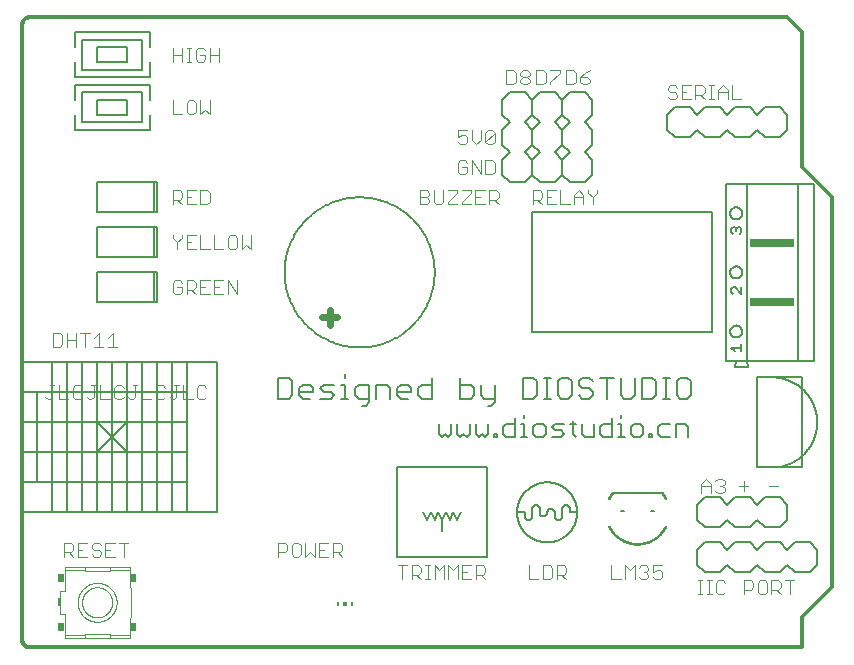
<source format=gto>
G75*
%MOIN*%
%OFA0B0*%
%FSLAX25Y25*%
%IPPOS*%
%LPD*%
%AMOC8*
5,1,8,0,0,1.08239X$1,22.5*
%
%ADD10C,0.00400*%
%ADD11C,0.00600*%
%ADD12C,0.00500*%
%ADD13R,0.01000X0.10000*%
%ADD14R,0.02162X0.02980*%
%ADD15R,0.02104X0.03039*%
%ADD16R,0.02104X0.02980*%
%ADD17R,0.00526X0.02980*%
%ADD18R,0.02162X0.02980*%
%ADD19R,0.00591X0.01181*%
%ADD20R,0.01181X0.01181*%
%ADD21C,0.02400*%
%ADD22C,0.00060*%
%ADD23R,0.15000X0.03000*%
%ADD24C,0.01200*%
D10*
X0035090Y0016252D02*
X0035090Y0024023D01*
X0036727Y0024023D01*
X0036727Y0031970D01*
X0058464Y0031970D01*
X0058464Y0025426D01*
X0058931Y0024958D01*
X0058931Y0015434D01*
X0058464Y0014966D01*
X0058464Y0008363D01*
X0036727Y0008363D01*
X0036727Y0016252D01*
X0035090Y0016252D01*
X0036902Y0009298D02*
X0043388Y0009298D01*
X0043388Y0008538D01*
X0043388Y0009298D02*
X0043388Y0009707D01*
X0051861Y0009707D01*
X0051861Y0008597D01*
X0052036Y0009298D02*
X0058230Y0009298D01*
X0041109Y0020167D02*
X0041111Y0020327D01*
X0041117Y0020488D01*
X0041127Y0020648D01*
X0041141Y0020808D01*
X0041159Y0020967D01*
X0041180Y0021126D01*
X0041206Y0021285D01*
X0041236Y0021442D01*
X0041269Y0021599D01*
X0041306Y0021755D01*
X0041348Y0021910D01*
X0041393Y0022064D01*
X0041441Y0022217D01*
X0041494Y0022369D01*
X0041550Y0022519D01*
X0041610Y0022668D01*
X0041674Y0022815D01*
X0041741Y0022961D01*
X0041812Y0023104D01*
X0041887Y0023247D01*
X0041965Y0023387D01*
X0042046Y0023525D01*
X0042131Y0023661D01*
X0042219Y0023795D01*
X0042310Y0023927D01*
X0042405Y0024057D01*
X0042503Y0024184D01*
X0042604Y0024309D01*
X0042708Y0024431D01*
X0042815Y0024551D01*
X0042924Y0024667D01*
X0043037Y0024782D01*
X0043153Y0024893D01*
X0043271Y0025001D01*
X0043392Y0025107D01*
X0043515Y0025209D01*
X0043641Y0025309D01*
X0043770Y0025405D01*
X0043900Y0025498D01*
X0044033Y0025588D01*
X0044169Y0025674D01*
X0044306Y0025757D01*
X0044445Y0025837D01*
X0044586Y0025913D01*
X0044729Y0025986D01*
X0044874Y0026055D01*
X0045021Y0026120D01*
X0045169Y0026182D01*
X0045318Y0026240D01*
X0045469Y0026295D01*
X0045621Y0026345D01*
X0045775Y0026392D01*
X0045929Y0026435D01*
X0046085Y0026475D01*
X0046241Y0026510D01*
X0046399Y0026542D01*
X0046557Y0026569D01*
X0046715Y0026593D01*
X0046874Y0026613D01*
X0047034Y0026629D01*
X0047194Y0026641D01*
X0047354Y0026649D01*
X0047515Y0026653D01*
X0047675Y0026653D01*
X0047836Y0026649D01*
X0047996Y0026641D01*
X0048156Y0026629D01*
X0048316Y0026613D01*
X0048475Y0026593D01*
X0048633Y0026569D01*
X0048791Y0026542D01*
X0048949Y0026510D01*
X0049105Y0026475D01*
X0049261Y0026435D01*
X0049415Y0026392D01*
X0049569Y0026345D01*
X0049721Y0026295D01*
X0049872Y0026240D01*
X0050021Y0026182D01*
X0050169Y0026120D01*
X0050316Y0026055D01*
X0050461Y0025986D01*
X0050604Y0025913D01*
X0050745Y0025837D01*
X0050884Y0025757D01*
X0051021Y0025674D01*
X0051157Y0025588D01*
X0051290Y0025498D01*
X0051420Y0025405D01*
X0051549Y0025309D01*
X0051675Y0025209D01*
X0051798Y0025107D01*
X0051919Y0025001D01*
X0052037Y0024893D01*
X0052153Y0024782D01*
X0052266Y0024667D01*
X0052375Y0024551D01*
X0052482Y0024431D01*
X0052586Y0024309D01*
X0052687Y0024184D01*
X0052785Y0024057D01*
X0052880Y0023927D01*
X0052971Y0023795D01*
X0053059Y0023661D01*
X0053144Y0023525D01*
X0053225Y0023387D01*
X0053303Y0023247D01*
X0053378Y0023104D01*
X0053449Y0022961D01*
X0053516Y0022815D01*
X0053580Y0022668D01*
X0053640Y0022519D01*
X0053696Y0022369D01*
X0053749Y0022217D01*
X0053797Y0022064D01*
X0053842Y0021910D01*
X0053884Y0021755D01*
X0053921Y0021599D01*
X0053954Y0021442D01*
X0053984Y0021285D01*
X0054010Y0021126D01*
X0054031Y0020967D01*
X0054049Y0020808D01*
X0054063Y0020648D01*
X0054073Y0020488D01*
X0054079Y0020327D01*
X0054081Y0020167D01*
X0054079Y0020007D01*
X0054073Y0019846D01*
X0054063Y0019686D01*
X0054049Y0019526D01*
X0054031Y0019367D01*
X0054010Y0019208D01*
X0053984Y0019049D01*
X0053954Y0018892D01*
X0053921Y0018735D01*
X0053884Y0018579D01*
X0053842Y0018424D01*
X0053797Y0018270D01*
X0053749Y0018117D01*
X0053696Y0017965D01*
X0053640Y0017815D01*
X0053580Y0017666D01*
X0053516Y0017519D01*
X0053449Y0017373D01*
X0053378Y0017230D01*
X0053303Y0017087D01*
X0053225Y0016947D01*
X0053144Y0016809D01*
X0053059Y0016673D01*
X0052971Y0016539D01*
X0052880Y0016407D01*
X0052785Y0016277D01*
X0052687Y0016150D01*
X0052586Y0016025D01*
X0052482Y0015903D01*
X0052375Y0015783D01*
X0052266Y0015667D01*
X0052153Y0015552D01*
X0052037Y0015441D01*
X0051919Y0015333D01*
X0051798Y0015227D01*
X0051675Y0015125D01*
X0051549Y0015025D01*
X0051420Y0014929D01*
X0051290Y0014836D01*
X0051157Y0014746D01*
X0051021Y0014660D01*
X0050884Y0014577D01*
X0050745Y0014497D01*
X0050604Y0014421D01*
X0050461Y0014348D01*
X0050316Y0014279D01*
X0050169Y0014214D01*
X0050021Y0014152D01*
X0049872Y0014094D01*
X0049721Y0014039D01*
X0049569Y0013989D01*
X0049415Y0013942D01*
X0049261Y0013899D01*
X0049105Y0013859D01*
X0048949Y0013824D01*
X0048791Y0013792D01*
X0048633Y0013765D01*
X0048475Y0013741D01*
X0048316Y0013721D01*
X0048156Y0013705D01*
X0047996Y0013693D01*
X0047836Y0013685D01*
X0047675Y0013681D01*
X0047515Y0013681D01*
X0047354Y0013685D01*
X0047194Y0013693D01*
X0047034Y0013705D01*
X0046874Y0013721D01*
X0046715Y0013741D01*
X0046557Y0013765D01*
X0046399Y0013792D01*
X0046241Y0013824D01*
X0046085Y0013859D01*
X0045929Y0013899D01*
X0045775Y0013942D01*
X0045621Y0013989D01*
X0045469Y0014039D01*
X0045318Y0014094D01*
X0045169Y0014152D01*
X0045021Y0014214D01*
X0044874Y0014279D01*
X0044729Y0014348D01*
X0044586Y0014421D01*
X0044445Y0014497D01*
X0044306Y0014577D01*
X0044169Y0014660D01*
X0044033Y0014746D01*
X0043900Y0014836D01*
X0043770Y0014929D01*
X0043641Y0015025D01*
X0043515Y0015125D01*
X0043392Y0015227D01*
X0043271Y0015333D01*
X0043153Y0015441D01*
X0043037Y0015552D01*
X0042924Y0015667D01*
X0042815Y0015783D01*
X0042708Y0015903D01*
X0042604Y0016025D01*
X0042503Y0016150D01*
X0042405Y0016277D01*
X0042310Y0016407D01*
X0042219Y0016539D01*
X0042131Y0016673D01*
X0042046Y0016809D01*
X0041965Y0016947D01*
X0041887Y0017087D01*
X0041812Y0017230D01*
X0041741Y0017373D01*
X0041674Y0017519D01*
X0041610Y0017666D01*
X0041550Y0017815D01*
X0041494Y0017965D01*
X0041441Y0018117D01*
X0041393Y0018270D01*
X0041348Y0018424D01*
X0041306Y0018579D01*
X0041269Y0018735D01*
X0041236Y0018892D01*
X0041206Y0019049D01*
X0041180Y0019208D01*
X0041159Y0019367D01*
X0041141Y0019526D01*
X0041127Y0019686D01*
X0041117Y0019846D01*
X0041111Y0020007D01*
X0041109Y0020167D01*
X0042570Y0020167D02*
X0042572Y0020309D01*
X0042578Y0020450D01*
X0042588Y0020591D01*
X0042602Y0020732D01*
X0042620Y0020873D01*
X0042642Y0021012D01*
X0042667Y0021152D01*
X0042697Y0021290D01*
X0042731Y0021428D01*
X0042768Y0021564D01*
X0042809Y0021700D01*
X0042854Y0021834D01*
X0042903Y0021967D01*
X0042956Y0022098D01*
X0043012Y0022228D01*
X0043072Y0022356D01*
X0043136Y0022483D01*
X0043203Y0022608D01*
X0043273Y0022730D01*
X0043347Y0022851D01*
X0043424Y0022970D01*
X0043505Y0023086D01*
X0043589Y0023200D01*
X0043676Y0023312D01*
X0043766Y0023421D01*
X0043859Y0023528D01*
X0043955Y0023632D01*
X0044054Y0023733D01*
X0044156Y0023831D01*
X0044261Y0023926D01*
X0044368Y0024019D01*
X0044478Y0024108D01*
X0044590Y0024195D01*
X0044705Y0024278D01*
X0044822Y0024357D01*
X0044941Y0024434D01*
X0045062Y0024507D01*
X0045185Y0024577D01*
X0045311Y0024643D01*
X0045438Y0024705D01*
X0045566Y0024764D01*
X0045697Y0024820D01*
X0045828Y0024871D01*
X0045962Y0024919D01*
X0046096Y0024963D01*
X0046232Y0025004D01*
X0046369Y0025040D01*
X0046506Y0025073D01*
X0046645Y0025101D01*
X0046784Y0025126D01*
X0046924Y0025147D01*
X0047065Y0025164D01*
X0047206Y0025177D01*
X0047347Y0025186D01*
X0047489Y0025191D01*
X0047630Y0025192D01*
X0047772Y0025189D01*
X0047913Y0025182D01*
X0048055Y0025171D01*
X0048195Y0025156D01*
X0048336Y0025137D01*
X0048475Y0025114D01*
X0048614Y0025088D01*
X0048753Y0025057D01*
X0048890Y0025022D01*
X0049026Y0024984D01*
X0049161Y0024942D01*
X0049295Y0024896D01*
X0049428Y0024846D01*
X0049559Y0024792D01*
X0049688Y0024735D01*
X0049816Y0024674D01*
X0049942Y0024610D01*
X0050067Y0024542D01*
X0050189Y0024471D01*
X0050309Y0024396D01*
X0050427Y0024318D01*
X0050543Y0024236D01*
X0050656Y0024152D01*
X0050767Y0024064D01*
X0050876Y0023973D01*
X0050982Y0023879D01*
X0051085Y0023782D01*
X0051186Y0023682D01*
X0051283Y0023580D01*
X0051378Y0023475D01*
X0051470Y0023367D01*
X0051558Y0023256D01*
X0051644Y0023143D01*
X0051726Y0023028D01*
X0051805Y0022911D01*
X0051880Y0022791D01*
X0051953Y0022669D01*
X0052021Y0022546D01*
X0052087Y0022420D01*
X0052148Y0022292D01*
X0052206Y0022163D01*
X0052261Y0022033D01*
X0052312Y0021900D01*
X0052359Y0021767D01*
X0052402Y0021632D01*
X0052441Y0021496D01*
X0052477Y0021359D01*
X0052508Y0021221D01*
X0052536Y0021082D01*
X0052560Y0020943D01*
X0052580Y0020802D01*
X0052596Y0020662D01*
X0052608Y0020521D01*
X0052616Y0020379D01*
X0052620Y0020238D01*
X0052620Y0020096D01*
X0052616Y0019955D01*
X0052608Y0019813D01*
X0052596Y0019672D01*
X0052580Y0019532D01*
X0052560Y0019391D01*
X0052536Y0019252D01*
X0052508Y0019113D01*
X0052477Y0018975D01*
X0052441Y0018838D01*
X0052402Y0018702D01*
X0052359Y0018567D01*
X0052312Y0018434D01*
X0052261Y0018301D01*
X0052206Y0018171D01*
X0052148Y0018042D01*
X0052087Y0017914D01*
X0052021Y0017788D01*
X0051953Y0017665D01*
X0051880Y0017543D01*
X0051805Y0017423D01*
X0051726Y0017306D01*
X0051644Y0017191D01*
X0051558Y0017078D01*
X0051470Y0016967D01*
X0051378Y0016859D01*
X0051283Y0016754D01*
X0051186Y0016652D01*
X0051085Y0016552D01*
X0050982Y0016455D01*
X0050876Y0016361D01*
X0050767Y0016270D01*
X0050656Y0016182D01*
X0050543Y0016098D01*
X0050427Y0016016D01*
X0050309Y0015938D01*
X0050189Y0015863D01*
X0050067Y0015792D01*
X0049942Y0015724D01*
X0049816Y0015660D01*
X0049688Y0015599D01*
X0049559Y0015542D01*
X0049428Y0015488D01*
X0049295Y0015438D01*
X0049161Y0015392D01*
X0049026Y0015350D01*
X0048890Y0015312D01*
X0048753Y0015277D01*
X0048614Y0015246D01*
X0048475Y0015220D01*
X0048336Y0015197D01*
X0048195Y0015178D01*
X0048055Y0015163D01*
X0047913Y0015152D01*
X0047772Y0015145D01*
X0047630Y0015142D01*
X0047489Y0015143D01*
X0047347Y0015148D01*
X0047206Y0015157D01*
X0047065Y0015170D01*
X0046924Y0015187D01*
X0046784Y0015208D01*
X0046645Y0015233D01*
X0046506Y0015261D01*
X0046369Y0015294D01*
X0046232Y0015330D01*
X0046096Y0015371D01*
X0045962Y0015415D01*
X0045828Y0015463D01*
X0045697Y0015514D01*
X0045566Y0015570D01*
X0045438Y0015629D01*
X0045311Y0015691D01*
X0045185Y0015757D01*
X0045062Y0015827D01*
X0044941Y0015900D01*
X0044822Y0015977D01*
X0044705Y0016056D01*
X0044590Y0016139D01*
X0044478Y0016226D01*
X0044368Y0016315D01*
X0044261Y0016408D01*
X0044156Y0016503D01*
X0044054Y0016601D01*
X0043955Y0016702D01*
X0043859Y0016806D01*
X0043766Y0016913D01*
X0043676Y0017022D01*
X0043589Y0017134D01*
X0043505Y0017248D01*
X0043424Y0017364D01*
X0043347Y0017483D01*
X0043273Y0017604D01*
X0043203Y0017726D01*
X0043136Y0017851D01*
X0043072Y0017978D01*
X0043012Y0018106D01*
X0042956Y0018236D01*
X0042903Y0018367D01*
X0042854Y0018500D01*
X0042809Y0018634D01*
X0042768Y0018770D01*
X0042731Y0018906D01*
X0042697Y0019044D01*
X0042667Y0019182D01*
X0042642Y0019322D01*
X0042620Y0019461D01*
X0042602Y0019602D01*
X0042588Y0019743D01*
X0042578Y0019884D01*
X0042572Y0020025D01*
X0042570Y0020167D01*
X0043388Y0030626D02*
X0051861Y0030626D01*
X0051861Y0031736D01*
X0052036Y0031035D02*
X0058230Y0031035D01*
X0056495Y0035367D02*
X0056495Y0039971D01*
X0054961Y0039971D02*
X0058030Y0039971D01*
X0053426Y0039971D02*
X0050357Y0039971D01*
X0050357Y0035367D01*
X0053426Y0035367D01*
X0051892Y0037669D02*
X0050357Y0037669D01*
X0048822Y0036901D02*
X0048822Y0036134D01*
X0048055Y0035367D01*
X0046520Y0035367D01*
X0045753Y0036134D01*
X0046520Y0037669D02*
X0048055Y0037669D01*
X0048822Y0036901D01*
X0048822Y0039203D02*
X0048055Y0039971D01*
X0046520Y0039971D01*
X0045753Y0039203D01*
X0045753Y0038436D01*
X0046520Y0037669D01*
X0044218Y0039971D02*
X0041149Y0039971D01*
X0041149Y0035367D01*
X0044218Y0035367D01*
X0042684Y0037669D02*
X0041149Y0037669D01*
X0039614Y0037669D02*
X0038847Y0036901D01*
X0036545Y0036901D01*
X0036545Y0035367D02*
X0036545Y0039971D01*
X0038847Y0039971D01*
X0039614Y0039203D01*
X0039614Y0037669D01*
X0038080Y0036901D02*
X0039614Y0035367D01*
X0036902Y0031035D02*
X0043388Y0031035D01*
X0043388Y0031795D01*
X0043388Y0031035D02*
X0043388Y0030626D01*
X0107795Y0035367D02*
X0107795Y0039971D01*
X0110097Y0039971D01*
X0110864Y0039203D01*
X0110864Y0037669D01*
X0110097Y0036901D01*
X0107795Y0036901D01*
X0112399Y0036134D02*
X0113166Y0035367D01*
X0114701Y0035367D01*
X0115468Y0036134D01*
X0115468Y0039203D01*
X0114701Y0039971D01*
X0113166Y0039971D01*
X0112399Y0039203D01*
X0112399Y0036134D01*
X0117003Y0035367D02*
X0118538Y0036901D01*
X0120072Y0035367D01*
X0120072Y0039971D01*
X0121607Y0039971D02*
X0121607Y0035367D01*
X0124676Y0035367D01*
X0126211Y0035367D02*
X0126211Y0039971D01*
X0128513Y0039971D01*
X0129280Y0039203D01*
X0129280Y0037669D01*
X0128513Y0036901D01*
X0126211Y0036901D01*
X0127745Y0036901D02*
X0129280Y0035367D01*
X0124676Y0039971D02*
X0121607Y0039971D01*
X0121607Y0037669D02*
X0123142Y0037669D01*
X0117003Y0039971D02*
X0117003Y0035367D01*
X0147795Y0032471D02*
X0150864Y0032471D01*
X0149330Y0032471D02*
X0149330Y0027867D01*
X0152399Y0027867D02*
X0152399Y0032471D01*
X0154701Y0032471D01*
X0155468Y0031703D01*
X0155468Y0030169D01*
X0154701Y0029401D01*
X0152399Y0029401D01*
X0153934Y0029401D02*
X0155468Y0027867D01*
X0157003Y0027867D02*
X0158538Y0027867D01*
X0157770Y0027867D02*
X0157770Y0032471D01*
X0157003Y0032471D02*
X0158538Y0032471D01*
X0160072Y0032471D02*
X0161607Y0030936D01*
X0163142Y0032471D01*
X0163142Y0027867D01*
X0164676Y0027867D02*
X0164676Y0032471D01*
X0166211Y0030936D01*
X0167745Y0032471D01*
X0167745Y0027867D01*
X0169280Y0027867D02*
X0172349Y0027867D01*
X0173884Y0027867D02*
X0173884Y0032471D01*
X0176186Y0032471D01*
X0176953Y0031703D01*
X0176953Y0030169D01*
X0176186Y0029401D01*
X0173884Y0029401D01*
X0175419Y0029401D02*
X0176953Y0027867D01*
X0172349Y0032471D02*
X0169280Y0032471D01*
X0169280Y0027867D01*
X0169280Y0030169D02*
X0170815Y0030169D01*
X0160072Y0027867D02*
X0160072Y0032471D01*
X0191545Y0032471D02*
X0191545Y0027867D01*
X0194614Y0027867D01*
X0196149Y0027867D02*
X0198451Y0027867D01*
X0199218Y0028634D01*
X0199218Y0031703D01*
X0198451Y0032471D01*
X0196149Y0032471D01*
X0196149Y0027867D01*
X0200753Y0027867D02*
X0200753Y0032471D01*
X0203055Y0032471D01*
X0203822Y0031703D01*
X0203822Y0030169D01*
X0203055Y0029401D01*
X0200753Y0029401D01*
X0202288Y0029401D02*
X0203822Y0027867D01*
X0219045Y0027867D02*
X0222114Y0027867D01*
X0223649Y0027867D02*
X0223649Y0032471D01*
X0225184Y0030936D01*
X0226718Y0032471D01*
X0226718Y0027867D01*
X0228253Y0028634D02*
X0229020Y0027867D01*
X0230555Y0027867D01*
X0231322Y0028634D01*
X0231322Y0029401D01*
X0230555Y0030169D01*
X0229788Y0030169D01*
X0230555Y0030169D02*
X0231322Y0030936D01*
X0231322Y0031703D01*
X0230555Y0032471D01*
X0229020Y0032471D01*
X0228253Y0031703D01*
X0232857Y0032471D02*
X0232857Y0030169D01*
X0234392Y0030936D01*
X0235159Y0030936D01*
X0235926Y0030169D01*
X0235926Y0028634D01*
X0235159Y0027867D01*
X0233624Y0027867D01*
X0232857Y0028634D01*
X0232857Y0032471D02*
X0235926Y0032471D01*
X0247795Y0027471D02*
X0249330Y0027471D01*
X0248562Y0027471D02*
X0248562Y0022867D01*
X0247795Y0022867D02*
X0249330Y0022867D01*
X0250864Y0022867D02*
X0252399Y0022867D01*
X0251632Y0022867D02*
X0251632Y0027471D01*
X0252399Y0027471D02*
X0250864Y0027471D01*
X0253934Y0026703D02*
X0253934Y0023634D01*
X0254701Y0022867D01*
X0256236Y0022867D01*
X0257003Y0023634D01*
X0257003Y0026703D02*
X0256236Y0027471D01*
X0254701Y0027471D01*
X0253934Y0026703D01*
X0263142Y0027471D02*
X0263142Y0022867D01*
X0263142Y0024401D02*
X0265444Y0024401D01*
X0266211Y0025169D01*
X0266211Y0026703D01*
X0265444Y0027471D01*
X0263142Y0027471D01*
X0267745Y0026703D02*
X0267745Y0023634D01*
X0268513Y0022867D01*
X0270047Y0022867D01*
X0270815Y0023634D01*
X0270815Y0026703D01*
X0270047Y0027471D01*
X0268513Y0027471D01*
X0267745Y0026703D01*
X0272349Y0027471D02*
X0272349Y0022867D01*
X0272349Y0024401D02*
X0274651Y0024401D01*
X0275419Y0025169D01*
X0275419Y0026703D01*
X0274651Y0027471D01*
X0272349Y0027471D01*
X0273884Y0024401D02*
X0275419Y0022867D01*
X0278488Y0022867D02*
X0278488Y0027471D01*
X0276953Y0027471D02*
X0280023Y0027471D01*
X0255951Y0056617D02*
X0254416Y0056617D01*
X0253649Y0057384D01*
X0252114Y0056617D02*
X0252114Y0059686D01*
X0250580Y0061221D01*
X0249045Y0059686D01*
X0249045Y0056617D01*
X0249045Y0058919D02*
X0252114Y0058919D01*
X0253649Y0060453D02*
X0254416Y0061221D01*
X0255951Y0061221D01*
X0256718Y0060453D01*
X0256718Y0059686D01*
X0255951Y0058919D01*
X0256718Y0058151D01*
X0256718Y0057384D01*
X0255951Y0056617D01*
X0255951Y0058919D02*
X0255184Y0058919D01*
X0261545Y0058919D02*
X0264614Y0058919D01*
X0263080Y0060453D02*
X0263080Y0057384D01*
X0271545Y0058919D02*
X0274614Y0058919D01*
X0219045Y0032471D02*
X0219045Y0027867D01*
X0094280Y0122867D02*
X0094280Y0127471D01*
X0091211Y0127471D02*
X0094280Y0122867D01*
X0091211Y0122867D02*
X0091211Y0127471D01*
X0089676Y0127471D02*
X0086607Y0127471D01*
X0086607Y0122867D01*
X0089676Y0122867D01*
X0088142Y0125169D02*
X0086607Y0125169D01*
X0085072Y0127471D02*
X0082003Y0127471D01*
X0082003Y0122867D01*
X0085072Y0122867D01*
X0083538Y0125169D02*
X0082003Y0125169D01*
X0080468Y0125169D02*
X0080468Y0126703D01*
X0079701Y0127471D01*
X0077399Y0127471D01*
X0077399Y0122867D01*
X0077399Y0124401D02*
X0079701Y0124401D01*
X0080468Y0125169D01*
X0078934Y0124401D02*
X0080468Y0122867D01*
X0075864Y0123634D02*
X0075864Y0125169D01*
X0074330Y0125169D01*
X0075864Y0126703D02*
X0075097Y0127471D01*
X0073562Y0127471D01*
X0072795Y0126703D01*
X0072795Y0123634D01*
X0073562Y0122867D01*
X0075097Y0122867D01*
X0075864Y0123634D01*
X0074330Y0137867D02*
X0074330Y0140169D01*
X0075864Y0141703D01*
X0075864Y0142471D01*
X0077399Y0142471D02*
X0077399Y0137867D01*
X0080468Y0137867D01*
X0082003Y0137867D02*
X0085072Y0137867D01*
X0086607Y0137867D02*
X0089676Y0137867D01*
X0091211Y0138634D02*
X0091978Y0137867D01*
X0093513Y0137867D01*
X0094280Y0138634D01*
X0094280Y0141703D01*
X0093513Y0142471D01*
X0091978Y0142471D01*
X0091211Y0141703D01*
X0091211Y0138634D01*
X0086607Y0137867D02*
X0086607Y0142471D01*
X0082003Y0142471D02*
X0082003Y0137867D01*
X0078934Y0140169D02*
X0077399Y0140169D01*
X0077399Y0142471D02*
X0080468Y0142471D01*
X0074330Y0140169D02*
X0072795Y0141703D01*
X0072795Y0142471D01*
X0072795Y0152867D02*
X0072795Y0157471D01*
X0075097Y0157471D01*
X0075864Y0156703D01*
X0075864Y0155169D01*
X0075097Y0154401D01*
X0072795Y0154401D01*
X0074330Y0154401D02*
X0075864Y0152867D01*
X0077399Y0152867D02*
X0080468Y0152867D01*
X0082003Y0152867D02*
X0084305Y0152867D01*
X0085072Y0153634D01*
X0085072Y0156703D01*
X0084305Y0157471D01*
X0082003Y0157471D01*
X0082003Y0152867D01*
X0078934Y0155169D02*
X0077399Y0155169D01*
X0077399Y0157471D02*
X0077399Y0152867D01*
X0077399Y0157471D02*
X0080468Y0157471D01*
X0095815Y0142471D02*
X0095815Y0137867D01*
X0097349Y0139401D01*
X0098884Y0137867D01*
X0098884Y0142471D01*
X0054280Y0105367D02*
X0051211Y0105367D01*
X0052745Y0105367D02*
X0052745Y0109971D01*
X0051211Y0108436D01*
X0049676Y0105367D02*
X0046607Y0105367D01*
X0048142Y0105367D02*
X0048142Y0109971D01*
X0046607Y0108436D01*
X0045072Y0109971D02*
X0042003Y0109971D01*
X0043538Y0109971D02*
X0043538Y0105367D01*
X0040468Y0105367D02*
X0040468Y0109971D01*
X0040468Y0107669D02*
X0037399Y0107669D01*
X0035864Y0109203D02*
X0035097Y0109971D01*
X0032795Y0109971D01*
X0032795Y0105367D01*
X0035097Y0105367D01*
X0035864Y0106134D01*
X0035864Y0109203D01*
X0037399Y0109971D02*
X0037399Y0105367D01*
X0034899Y0092471D02*
X0034899Y0087867D01*
X0037968Y0087867D01*
X0039503Y0088634D02*
X0040270Y0087867D01*
X0041805Y0087867D01*
X0042572Y0088634D01*
X0044107Y0088634D02*
X0044874Y0087867D01*
X0045642Y0087867D01*
X0046409Y0088634D01*
X0046409Y0092471D01*
X0045642Y0092471D02*
X0047176Y0092471D01*
X0048711Y0092471D02*
X0048711Y0087867D01*
X0051780Y0087867D01*
X0053315Y0088634D02*
X0054082Y0087867D01*
X0055617Y0087867D01*
X0056384Y0088634D01*
X0057919Y0088634D02*
X0058686Y0087867D01*
X0059453Y0087867D01*
X0060221Y0088634D01*
X0060221Y0092471D01*
X0060988Y0092471D02*
X0059453Y0092471D01*
X0062523Y0092471D02*
X0062523Y0087867D01*
X0065592Y0087867D01*
X0067127Y0088634D02*
X0067894Y0087867D01*
X0069428Y0087867D01*
X0070196Y0088634D01*
X0071730Y0088634D02*
X0072498Y0087867D01*
X0073265Y0087867D01*
X0074032Y0088634D01*
X0074032Y0092471D01*
X0073265Y0092471D02*
X0074800Y0092471D01*
X0076334Y0092471D02*
X0076334Y0087867D01*
X0079404Y0087867D01*
X0080938Y0088634D02*
X0081706Y0087867D01*
X0083240Y0087867D01*
X0084008Y0088634D01*
X0084008Y0091703D02*
X0083240Y0092471D01*
X0081706Y0092471D01*
X0080938Y0091703D01*
X0080938Y0088634D01*
X0070196Y0091703D02*
X0069428Y0092471D01*
X0067894Y0092471D01*
X0067127Y0091703D01*
X0067127Y0088634D01*
X0056384Y0091703D02*
X0055617Y0092471D01*
X0054082Y0092471D01*
X0053315Y0091703D01*
X0053315Y0088634D01*
X0042572Y0091703D02*
X0041805Y0092471D01*
X0040270Y0092471D01*
X0039503Y0091703D01*
X0039503Y0088634D01*
X0033364Y0092471D02*
X0031830Y0092471D01*
X0032597Y0092471D02*
X0032597Y0088634D01*
X0031830Y0087867D01*
X0031062Y0087867D01*
X0030295Y0088634D01*
X0072795Y0182867D02*
X0075864Y0182867D01*
X0077399Y0183634D02*
X0078166Y0182867D01*
X0079701Y0182867D01*
X0080468Y0183634D01*
X0080468Y0186703D01*
X0079701Y0187471D01*
X0078166Y0187471D01*
X0077399Y0186703D01*
X0077399Y0183634D01*
X0072795Y0182867D02*
X0072795Y0187471D01*
X0082003Y0187471D02*
X0082003Y0182867D01*
X0083538Y0184401D01*
X0085072Y0182867D01*
X0085072Y0187471D01*
X0085072Y0200367D02*
X0085072Y0204971D01*
X0083538Y0204203D02*
X0082770Y0204971D01*
X0081236Y0204971D01*
X0080468Y0204203D01*
X0080468Y0201134D01*
X0081236Y0200367D01*
X0082770Y0200367D01*
X0083538Y0201134D01*
X0083538Y0202669D01*
X0082003Y0202669D01*
X0085072Y0202669D02*
X0088142Y0202669D01*
X0088142Y0204971D02*
X0088142Y0200367D01*
X0078934Y0200367D02*
X0077399Y0200367D01*
X0078166Y0200367D02*
X0078166Y0204971D01*
X0077399Y0204971D02*
X0078934Y0204971D01*
X0075864Y0204971D02*
X0075864Y0200367D01*
X0075864Y0202669D02*
X0072795Y0202669D01*
X0072795Y0200367D02*
X0072795Y0204971D01*
X0155295Y0157471D02*
X0155295Y0152867D01*
X0157597Y0152867D01*
X0158364Y0153634D01*
X0158364Y0154401D01*
X0157597Y0155169D01*
X0155295Y0155169D01*
X0155295Y0157471D02*
X0157597Y0157471D01*
X0158364Y0156703D01*
X0158364Y0155936D01*
X0157597Y0155169D01*
X0159899Y0153634D02*
X0160666Y0152867D01*
X0162201Y0152867D01*
X0162968Y0153634D01*
X0162968Y0157471D01*
X0164503Y0157471D02*
X0167572Y0157471D01*
X0167572Y0156703D01*
X0164503Y0153634D01*
X0164503Y0152867D01*
X0167572Y0152867D01*
X0169107Y0152867D02*
X0172176Y0152867D01*
X0173711Y0152867D02*
X0176780Y0152867D01*
X0178315Y0152867D02*
X0178315Y0157471D01*
X0180617Y0157471D01*
X0181384Y0156703D01*
X0181384Y0155169D01*
X0180617Y0154401D01*
X0178315Y0154401D01*
X0179849Y0154401D02*
X0181384Y0152867D01*
X0176780Y0157471D02*
X0173711Y0157471D01*
X0173711Y0152867D01*
X0173711Y0155169D02*
X0175245Y0155169D01*
X0172176Y0156703D02*
X0172176Y0157471D01*
X0169107Y0157471D01*
X0172176Y0156703D02*
X0169107Y0153634D01*
X0169107Y0152867D01*
X0159899Y0153634D02*
X0159899Y0157471D01*
X0167795Y0163634D02*
X0168562Y0162867D01*
X0170097Y0162867D01*
X0170864Y0163634D01*
X0170864Y0165169D01*
X0169330Y0165169D01*
X0170864Y0166703D02*
X0170097Y0167471D01*
X0168562Y0167471D01*
X0167795Y0166703D01*
X0167795Y0163634D01*
X0172399Y0162867D02*
X0172399Y0167471D01*
X0175468Y0162867D01*
X0175468Y0167471D01*
X0177003Y0167471D02*
X0179305Y0167471D01*
X0180072Y0166703D01*
X0180072Y0163634D01*
X0179305Y0162867D01*
X0177003Y0162867D01*
X0177003Y0167471D01*
X0177770Y0172867D02*
X0177003Y0173634D01*
X0180072Y0176703D01*
X0180072Y0173634D01*
X0179305Y0172867D01*
X0177770Y0172867D01*
X0177003Y0173634D02*
X0177003Y0176703D01*
X0177770Y0177471D01*
X0179305Y0177471D01*
X0180072Y0176703D01*
X0175468Y0177471D02*
X0175468Y0174401D01*
X0173934Y0172867D01*
X0172399Y0174401D01*
X0172399Y0177471D01*
X0170864Y0177471D02*
X0167795Y0177471D01*
X0167795Y0175169D01*
X0169330Y0175936D01*
X0170097Y0175936D01*
X0170864Y0175169D01*
X0170864Y0173634D01*
X0170097Y0172867D01*
X0168562Y0172867D01*
X0167795Y0173634D01*
X0184045Y0192867D02*
X0186347Y0192867D01*
X0187114Y0193634D01*
X0187114Y0196703D01*
X0186347Y0197471D01*
X0184045Y0197471D01*
X0184045Y0192867D01*
X0188649Y0193634D02*
X0188649Y0194401D01*
X0189416Y0195169D01*
X0190951Y0195169D01*
X0191718Y0194401D01*
X0191718Y0193634D01*
X0190951Y0192867D01*
X0189416Y0192867D01*
X0188649Y0193634D01*
X0189416Y0195169D02*
X0188649Y0195936D01*
X0188649Y0196703D01*
X0189416Y0197471D01*
X0190951Y0197471D01*
X0191718Y0196703D01*
X0191718Y0195936D01*
X0190951Y0195169D01*
X0194045Y0197471D02*
X0194045Y0192867D01*
X0196347Y0192867D01*
X0197114Y0193634D01*
X0197114Y0196703D01*
X0196347Y0197471D01*
X0194045Y0197471D01*
X0198649Y0197471D02*
X0201718Y0197471D01*
X0201718Y0196703D01*
X0198649Y0193634D01*
X0198649Y0192867D01*
X0204045Y0192867D02*
X0204045Y0197471D01*
X0206347Y0197471D01*
X0207114Y0196703D01*
X0207114Y0193634D01*
X0206347Y0192867D01*
X0204045Y0192867D01*
X0208649Y0193634D02*
X0208649Y0195169D01*
X0210951Y0195169D01*
X0211718Y0194401D01*
X0211718Y0193634D01*
X0210951Y0192867D01*
X0209416Y0192867D01*
X0208649Y0193634D01*
X0208649Y0195169D02*
X0210184Y0196703D01*
X0211718Y0197471D01*
X0237795Y0191703D02*
X0237795Y0190936D01*
X0238562Y0190169D01*
X0240097Y0190169D01*
X0240864Y0189401D01*
X0240864Y0188634D01*
X0240097Y0187867D01*
X0238562Y0187867D01*
X0237795Y0188634D01*
X0237795Y0191703D02*
X0238562Y0192471D01*
X0240097Y0192471D01*
X0240864Y0191703D01*
X0242399Y0192471D02*
X0242399Y0187867D01*
X0245468Y0187867D01*
X0247003Y0187867D02*
X0247003Y0192471D01*
X0249305Y0192471D01*
X0250072Y0191703D01*
X0250072Y0190169D01*
X0249305Y0189401D01*
X0247003Y0189401D01*
X0248538Y0189401D02*
X0250072Y0187867D01*
X0251607Y0187867D02*
X0253142Y0187867D01*
X0252374Y0187867D02*
X0252374Y0192471D01*
X0251607Y0192471D02*
X0253142Y0192471D01*
X0254676Y0190936D02*
X0254676Y0187867D01*
X0254676Y0190169D02*
X0257745Y0190169D01*
X0257745Y0190936D02*
X0257745Y0187867D01*
X0259280Y0187867D02*
X0262349Y0187867D01*
X0259280Y0187867D02*
X0259280Y0192471D01*
X0257745Y0190936D02*
X0256211Y0192471D01*
X0254676Y0190936D01*
X0245468Y0192471D02*
X0242399Y0192471D01*
X0242399Y0190169D02*
X0243934Y0190169D01*
X0214280Y0157471D02*
X0214280Y0156703D01*
X0212745Y0155169D01*
X0212745Y0152867D01*
X0212745Y0155169D02*
X0211211Y0156703D01*
X0211211Y0157471D01*
X0209676Y0155936D02*
X0209676Y0152867D01*
X0209676Y0155169D02*
X0206607Y0155169D01*
X0206607Y0155936D02*
X0208142Y0157471D01*
X0209676Y0155936D01*
X0206607Y0155936D02*
X0206607Y0152867D01*
X0205072Y0152867D02*
X0202003Y0152867D01*
X0202003Y0157471D01*
X0200468Y0157471D02*
X0197399Y0157471D01*
X0197399Y0152867D01*
X0200468Y0152867D01*
X0198934Y0155169D02*
X0197399Y0155169D01*
X0195864Y0155169D02*
X0195097Y0154401D01*
X0192795Y0154401D01*
X0192795Y0152867D02*
X0192795Y0157471D01*
X0195097Y0157471D01*
X0195864Y0156703D01*
X0195864Y0155169D01*
X0194330Y0154401D02*
X0195864Y0152867D01*
D11*
X0195095Y0160167D02*
X0192595Y0162667D01*
X0192595Y0167667D01*
X0195095Y0170167D01*
X0192595Y0172667D01*
X0192595Y0177667D01*
X0195095Y0180167D01*
X0192595Y0182667D01*
X0192595Y0187667D01*
X0195095Y0190167D01*
X0200095Y0190167D01*
X0202595Y0187667D01*
X0205095Y0190167D01*
X0210095Y0190167D01*
X0212595Y0187667D01*
X0212595Y0182667D01*
X0210095Y0180167D01*
X0212595Y0177667D01*
X0212595Y0172667D01*
X0210095Y0170167D01*
X0212595Y0167667D01*
X0212595Y0162667D01*
X0210095Y0160167D01*
X0205095Y0160167D01*
X0202595Y0162667D01*
X0202595Y0167667D01*
X0205095Y0170167D01*
X0202595Y0172667D01*
X0202595Y0177667D01*
X0205095Y0180167D01*
X0202595Y0182667D01*
X0202595Y0187667D01*
X0202595Y0182667D01*
X0200095Y0180167D01*
X0202595Y0177667D01*
X0202595Y0172667D01*
X0200095Y0170167D01*
X0202595Y0167667D01*
X0202595Y0162667D01*
X0200095Y0160167D01*
X0195095Y0160167D01*
X0192595Y0162667D02*
X0192595Y0167667D01*
X0190095Y0170167D01*
X0192595Y0172667D01*
X0192595Y0177667D01*
X0190095Y0180167D01*
X0192595Y0182667D01*
X0192595Y0187667D01*
X0190095Y0190167D01*
X0185095Y0190167D01*
X0182595Y0187667D01*
X0182595Y0182667D01*
X0185095Y0180167D01*
X0182595Y0177667D01*
X0182595Y0172667D01*
X0185095Y0170167D01*
X0182595Y0167667D01*
X0182595Y0162667D01*
X0185095Y0160167D01*
X0190095Y0160167D01*
X0192595Y0162667D01*
X0237595Y0177667D02*
X0237595Y0182667D01*
X0240095Y0185167D01*
X0245095Y0185167D01*
X0247595Y0182667D01*
X0250095Y0185167D01*
X0255095Y0185167D01*
X0257595Y0182667D01*
X0260095Y0185167D01*
X0265095Y0185167D01*
X0267595Y0182667D01*
X0270095Y0185167D01*
X0275095Y0185167D01*
X0277595Y0182667D01*
X0277595Y0177667D01*
X0275095Y0175167D01*
X0270095Y0175167D01*
X0267595Y0177667D01*
X0265095Y0175167D01*
X0260095Y0175167D01*
X0257595Y0177667D01*
X0255095Y0175167D01*
X0250095Y0175167D01*
X0247595Y0177667D01*
X0245095Y0175167D01*
X0240095Y0175167D01*
X0237595Y0177667D01*
X0257095Y0159767D02*
X0264095Y0159767D01*
X0281095Y0159767D01*
X0286595Y0159767D01*
X0286595Y0100567D01*
X0281095Y0100567D01*
X0264095Y0100567D01*
X0264095Y0159767D01*
X0257095Y0159767D02*
X0257095Y0100567D01*
X0260595Y0100567D01*
X0264095Y0100567D01*
X0264595Y0098567D01*
X0260095Y0098567D01*
X0260595Y0100567D01*
X0258595Y0110467D02*
X0258597Y0110556D01*
X0258603Y0110645D01*
X0258613Y0110734D01*
X0258627Y0110822D01*
X0258644Y0110909D01*
X0258666Y0110995D01*
X0258692Y0111081D01*
X0258721Y0111165D01*
X0258754Y0111248D01*
X0258790Y0111329D01*
X0258831Y0111409D01*
X0258874Y0111486D01*
X0258921Y0111562D01*
X0258972Y0111635D01*
X0259025Y0111706D01*
X0259082Y0111775D01*
X0259142Y0111841D01*
X0259205Y0111905D01*
X0259270Y0111965D01*
X0259338Y0112023D01*
X0259409Y0112077D01*
X0259482Y0112128D01*
X0259557Y0112176D01*
X0259634Y0112221D01*
X0259713Y0112262D01*
X0259794Y0112299D01*
X0259876Y0112333D01*
X0259960Y0112364D01*
X0260045Y0112390D01*
X0260131Y0112413D01*
X0260218Y0112431D01*
X0260306Y0112446D01*
X0260395Y0112457D01*
X0260484Y0112464D01*
X0260573Y0112467D01*
X0260662Y0112466D01*
X0260751Y0112461D01*
X0260839Y0112452D01*
X0260928Y0112439D01*
X0261015Y0112422D01*
X0261102Y0112402D01*
X0261188Y0112377D01*
X0261272Y0112349D01*
X0261355Y0112317D01*
X0261437Y0112281D01*
X0261517Y0112242D01*
X0261595Y0112199D01*
X0261671Y0112153D01*
X0261745Y0112103D01*
X0261817Y0112050D01*
X0261886Y0111994D01*
X0261953Y0111935D01*
X0262017Y0111873D01*
X0262078Y0111809D01*
X0262137Y0111741D01*
X0262192Y0111671D01*
X0262244Y0111599D01*
X0262293Y0111524D01*
X0262338Y0111448D01*
X0262380Y0111369D01*
X0262418Y0111289D01*
X0262453Y0111207D01*
X0262484Y0111123D01*
X0262512Y0111038D01*
X0262535Y0110952D01*
X0262555Y0110865D01*
X0262571Y0110778D01*
X0262583Y0110689D01*
X0262591Y0110601D01*
X0262595Y0110512D01*
X0262595Y0110422D01*
X0262591Y0110333D01*
X0262583Y0110245D01*
X0262571Y0110156D01*
X0262555Y0110069D01*
X0262535Y0109982D01*
X0262512Y0109896D01*
X0262484Y0109811D01*
X0262453Y0109727D01*
X0262418Y0109645D01*
X0262380Y0109565D01*
X0262338Y0109486D01*
X0262293Y0109410D01*
X0262244Y0109335D01*
X0262192Y0109263D01*
X0262137Y0109193D01*
X0262078Y0109125D01*
X0262017Y0109061D01*
X0261953Y0108999D01*
X0261886Y0108940D01*
X0261817Y0108884D01*
X0261745Y0108831D01*
X0261671Y0108781D01*
X0261595Y0108735D01*
X0261517Y0108692D01*
X0261437Y0108653D01*
X0261355Y0108617D01*
X0261272Y0108585D01*
X0261188Y0108557D01*
X0261102Y0108532D01*
X0261015Y0108512D01*
X0260928Y0108495D01*
X0260839Y0108482D01*
X0260751Y0108473D01*
X0260662Y0108468D01*
X0260573Y0108467D01*
X0260484Y0108470D01*
X0260395Y0108477D01*
X0260306Y0108488D01*
X0260218Y0108503D01*
X0260131Y0108521D01*
X0260045Y0108544D01*
X0259960Y0108570D01*
X0259876Y0108601D01*
X0259794Y0108635D01*
X0259713Y0108672D01*
X0259634Y0108713D01*
X0259557Y0108758D01*
X0259482Y0108806D01*
X0259409Y0108857D01*
X0259338Y0108911D01*
X0259270Y0108969D01*
X0259205Y0109029D01*
X0259142Y0109093D01*
X0259082Y0109159D01*
X0259025Y0109228D01*
X0258972Y0109299D01*
X0258921Y0109372D01*
X0258874Y0109448D01*
X0258831Y0109525D01*
X0258790Y0109605D01*
X0258754Y0109686D01*
X0258721Y0109769D01*
X0258692Y0109853D01*
X0258666Y0109939D01*
X0258644Y0110025D01*
X0258627Y0110112D01*
X0258613Y0110200D01*
X0258603Y0110289D01*
X0258597Y0110378D01*
X0258595Y0110467D01*
X0244360Y0094973D02*
X0245527Y0093805D01*
X0245527Y0089134D01*
X0244360Y0087967D01*
X0242024Y0087967D01*
X0240857Y0089134D01*
X0240857Y0093805D01*
X0242024Y0094973D01*
X0244360Y0094973D01*
X0238527Y0094973D02*
X0236191Y0094973D01*
X0237359Y0094973D02*
X0237359Y0087967D01*
X0236191Y0087967D02*
X0238527Y0087967D01*
X0233864Y0089134D02*
X0233864Y0093805D01*
X0232696Y0094973D01*
X0229193Y0094973D01*
X0229193Y0087967D01*
X0232696Y0087967D01*
X0233864Y0089134D01*
X0226866Y0089134D02*
X0226866Y0094973D01*
X0222195Y0094973D02*
X0222195Y0089134D01*
X0223363Y0087967D01*
X0225698Y0087967D01*
X0226866Y0089134D01*
X0219868Y0094973D02*
X0215197Y0094973D01*
X0217533Y0094973D02*
X0217533Y0087967D01*
X0212870Y0089134D02*
X0211702Y0087967D01*
X0209367Y0087967D01*
X0208199Y0089134D01*
X0205872Y0089134D02*
X0204704Y0087967D01*
X0202369Y0087967D01*
X0201201Y0089134D01*
X0201201Y0093805D01*
X0202369Y0094973D01*
X0204704Y0094973D01*
X0205872Y0093805D01*
X0205872Y0089134D01*
X0209367Y0091470D02*
X0208199Y0092637D01*
X0208199Y0093805D01*
X0209367Y0094973D01*
X0211702Y0094973D01*
X0212870Y0093805D01*
X0211702Y0091470D02*
X0212870Y0090302D01*
X0212870Y0089134D01*
X0211702Y0091470D02*
X0209367Y0091470D01*
X0198871Y0094973D02*
X0196536Y0094973D01*
X0197704Y0094973D02*
X0197704Y0087967D01*
X0198871Y0087967D02*
X0196536Y0087967D01*
X0194209Y0089134D02*
X0194209Y0093805D01*
X0193041Y0094973D01*
X0189538Y0094973D01*
X0189538Y0087967D01*
X0193041Y0087967D01*
X0194209Y0089134D01*
X0180213Y0087967D02*
X0176710Y0087967D01*
X0175542Y0089134D01*
X0175542Y0092637D01*
X0173215Y0091470D02*
X0172047Y0092637D01*
X0168544Y0092637D01*
X0168544Y0094973D02*
X0168544Y0087967D01*
X0172047Y0087967D01*
X0173215Y0089134D01*
X0173215Y0091470D01*
X0180213Y0092637D02*
X0180213Y0086799D01*
X0179045Y0085631D01*
X0177878Y0085631D01*
X0159219Y0087967D02*
X0155716Y0087967D01*
X0154548Y0089134D01*
X0154548Y0091470D01*
X0155716Y0092637D01*
X0159219Y0092637D01*
X0159219Y0094973D02*
X0159219Y0087967D01*
X0152221Y0090302D02*
X0152221Y0091470D01*
X0151053Y0092637D01*
X0148718Y0092637D01*
X0147550Y0091470D01*
X0147550Y0089134D01*
X0148718Y0087967D01*
X0151053Y0087967D01*
X0152221Y0090302D02*
X0147550Y0090302D01*
X0145223Y0091470D02*
X0145223Y0087967D01*
X0140552Y0087967D02*
X0140552Y0092637D01*
X0144055Y0092637D01*
X0145223Y0091470D01*
X0138225Y0092637D02*
X0138225Y0086799D01*
X0137057Y0085631D01*
X0135890Y0085631D01*
X0134722Y0087967D02*
X0138225Y0087967D01*
X0134722Y0087967D02*
X0133554Y0089134D01*
X0133554Y0091470D01*
X0134722Y0092637D01*
X0138225Y0092637D01*
X0130057Y0092637D02*
X0130057Y0087967D01*
X0131224Y0087967D02*
X0128889Y0087967D01*
X0126562Y0089134D02*
X0125394Y0090302D01*
X0123059Y0090302D01*
X0121891Y0091470D01*
X0123059Y0092637D01*
X0126562Y0092637D01*
X0128889Y0092637D02*
X0130057Y0092637D01*
X0130057Y0094973D02*
X0130057Y0096140D01*
X0126562Y0089134D02*
X0125394Y0087967D01*
X0121891Y0087967D01*
X0119564Y0090302D02*
X0114893Y0090302D01*
X0114893Y0089134D02*
X0114893Y0091470D01*
X0116061Y0092637D01*
X0118396Y0092637D01*
X0119564Y0091470D01*
X0119564Y0090302D01*
X0118396Y0087967D02*
X0116061Y0087967D01*
X0114893Y0089134D01*
X0112566Y0089134D02*
X0111398Y0087967D01*
X0107895Y0087967D01*
X0107895Y0094973D01*
X0111398Y0094973D01*
X0112566Y0093805D01*
X0112566Y0089134D01*
X0067595Y0120167D02*
X0067595Y0130167D01*
X0047595Y0130167D01*
X0047595Y0120167D01*
X0067595Y0120167D01*
X0067595Y0135167D02*
X0067595Y0145167D01*
X0047595Y0145167D01*
X0047595Y0135167D01*
X0067595Y0135167D01*
X0067595Y0150167D02*
X0047595Y0150167D01*
X0047595Y0160167D01*
X0067595Y0160167D01*
X0067595Y0150167D01*
X0219347Y0056667D02*
X0235843Y0056667D01*
X0233123Y0050667D02*
X0232068Y0050667D01*
X0223123Y0050667D02*
X0222068Y0050667D01*
X0247595Y0052667D02*
X0247595Y0047667D01*
X0250095Y0045167D01*
X0255095Y0045167D01*
X0257595Y0047667D01*
X0260095Y0045167D01*
X0265095Y0045167D01*
X0267595Y0047667D01*
X0270095Y0045167D01*
X0275095Y0045167D01*
X0277595Y0047667D01*
X0277595Y0052667D01*
X0275095Y0055167D01*
X0270095Y0055167D01*
X0267595Y0052667D01*
X0265095Y0055167D01*
X0260095Y0055167D01*
X0257595Y0052667D01*
X0255095Y0055167D01*
X0250095Y0055167D01*
X0247595Y0052667D01*
X0250095Y0040167D02*
X0255095Y0040167D01*
X0257595Y0037667D01*
X0260095Y0040167D01*
X0265095Y0040167D01*
X0267595Y0037667D01*
X0270095Y0040167D01*
X0275095Y0040167D01*
X0277595Y0037667D01*
X0280095Y0040167D01*
X0285095Y0040167D01*
X0287595Y0037667D01*
X0287595Y0032667D01*
X0285095Y0030167D01*
X0280095Y0030167D01*
X0277595Y0032667D01*
X0275095Y0030167D01*
X0270095Y0030167D01*
X0267595Y0032667D01*
X0265095Y0030167D01*
X0260095Y0030167D01*
X0257595Y0032667D01*
X0255095Y0030167D01*
X0250095Y0030167D01*
X0247595Y0032667D01*
X0247595Y0037667D01*
X0250095Y0040167D01*
X0281095Y0100567D02*
X0281095Y0159767D01*
X0258595Y0149867D02*
X0258597Y0149956D01*
X0258603Y0150045D01*
X0258613Y0150134D01*
X0258627Y0150222D01*
X0258644Y0150309D01*
X0258666Y0150395D01*
X0258692Y0150481D01*
X0258721Y0150565D01*
X0258754Y0150648D01*
X0258790Y0150729D01*
X0258831Y0150809D01*
X0258874Y0150886D01*
X0258921Y0150962D01*
X0258972Y0151035D01*
X0259025Y0151106D01*
X0259082Y0151175D01*
X0259142Y0151241D01*
X0259205Y0151305D01*
X0259270Y0151365D01*
X0259338Y0151423D01*
X0259409Y0151477D01*
X0259482Y0151528D01*
X0259557Y0151576D01*
X0259634Y0151621D01*
X0259713Y0151662D01*
X0259794Y0151699D01*
X0259876Y0151733D01*
X0259960Y0151764D01*
X0260045Y0151790D01*
X0260131Y0151813D01*
X0260218Y0151831D01*
X0260306Y0151846D01*
X0260395Y0151857D01*
X0260484Y0151864D01*
X0260573Y0151867D01*
X0260662Y0151866D01*
X0260751Y0151861D01*
X0260839Y0151852D01*
X0260928Y0151839D01*
X0261015Y0151822D01*
X0261102Y0151802D01*
X0261188Y0151777D01*
X0261272Y0151749D01*
X0261355Y0151717D01*
X0261437Y0151681D01*
X0261517Y0151642D01*
X0261595Y0151599D01*
X0261671Y0151553D01*
X0261745Y0151503D01*
X0261817Y0151450D01*
X0261886Y0151394D01*
X0261953Y0151335D01*
X0262017Y0151273D01*
X0262078Y0151209D01*
X0262137Y0151141D01*
X0262192Y0151071D01*
X0262244Y0150999D01*
X0262293Y0150924D01*
X0262338Y0150848D01*
X0262380Y0150769D01*
X0262418Y0150689D01*
X0262453Y0150607D01*
X0262484Y0150523D01*
X0262512Y0150438D01*
X0262535Y0150352D01*
X0262555Y0150265D01*
X0262571Y0150178D01*
X0262583Y0150089D01*
X0262591Y0150001D01*
X0262595Y0149912D01*
X0262595Y0149822D01*
X0262591Y0149733D01*
X0262583Y0149645D01*
X0262571Y0149556D01*
X0262555Y0149469D01*
X0262535Y0149382D01*
X0262512Y0149296D01*
X0262484Y0149211D01*
X0262453Y0149127D01*
X0262418Y0149045D01*
X0262380Y0148965D01*
X0262338Y0148886D01*
X0262293Y0148810D01*
X0262244Y0148735D01*
X0262192Y0148663D01*
X0262137Y0148593D01*
X0262078Y0148525D01*
X0262017Y0148461D01*
X0261953Y0148399D01*
X0261886Y0148340D01*
X0261817Y0148284D01*
X0261745Y0148231D01*
X0261671Y0148181D01*
X0261595Y0148135D01*
X0261517Y0148092D01*
X0261437Y0148053D01*
X0261355Y0148017D01*
X0261272Y0147985D01*
X0261188Y0147957D01*
X0261102Y0147932D01*
X0261015Y0147912D01*
X0260928Y0147895D01*
X0260839Y0147882D01*
X0260751Y0147873D01*
X0260662Y0147868D01*
X0260573Y0147867D01*
X0260484Y0147870D01*
X0260395Y0147877D01*
X0260306Y0147888D01*
X0260218Y0147903D01*
X0260131Y0147921D01*
X0260045Y0147944D01*
X0259960Y0147970D01*
X0259876Y0148001D01*
X0259794Y0148035D01*
X0259713Y0148072D01*
X0259634Y0148113D01*
X0259557Y0148158D01*
X0259482Y0148206D01*
X0259409Y0148257D01*
X0259338Y0148311D01*
X0259270Y0148369D01*
X0259205Y0148429D01*
X0259142Y0148493D01*
X0259082Y0148559D01*
X0259025Y0148628D01*
X0258972Y0148699D01*
X0258921Y0148772D01*
X0258874Y0148848D01*
X0258831Y0148925D01*
X0258790Y0149005D01*
X0258754Y0149086D01*
X0258721Y0149169D01*
X0258692Y0149253D01*
X0258666Y0149339D01*
X0258644Y0149425D01*
X0258627Y0149512D01*
X0258613Y0149600D01*
X0258603Y0149689D01*
X0258597Y0149778D01*
X0258595Y0149867D01*
X0258595Y0130167D02*
X0258597Y0130256D01*
X0258603Y0130345D01*
X0258613Y0130434D01*
X0258627Y0130522D01*
X0258644Y0130609D01*
X0258666Y0130695D01*
X0258692Y0130781D01*
X0258721Y0130865D01*
X0258754Y0130948D01*
X0258790Y0131029D01*
X0258831Y0131109D01*
X0258874Y0131186D01*
X0258921Y0131262D01*
X0258972Y0131335D01*
X0259025Y0131406D01*
X0259082Y0131475D01*
X0259142Y0131541D01*
X0259205Y0131605D01*
X0259270Y0131665D01*
X0259338Y0131723D01*
X0259409Y0131777D01*
X0259482Y0131828D01*
X0259557Y0131876D01*
X0259634Y0131921D01*
X0259713Y0131962D01*
X0259794Y0131999D01*
X0259876Y0132033D01*
X0259960Y0132064D01*
X0260045Y0132090D01*
X0260131Y0132113D01*
X0260218Y0132131D01*
X0260306Y0132146D01*
X0260395Y0132157D01*
X0260484Y0132164D01*
X0260573Y0132167D01*
X0260662Y0132166D01*
X0260751Y0132161D01*
X0260839Y0132152D01*
X0260928Y0132139D01*
X0261015Y0132122D01*
X0261102Y0132102D01*
X0261188Y0132077D01*
X0261272Y0132049D01*
X0261355Y0132017D01*
X0261437Y0131981D01*
X0261517Y0131942D01*
X0261595Y0131899D01*
X0261671Y0131853D01*
X0261745Y0131803D01*
X0261817Y0131750D01*
X0261886Y0131694D01*
X0261953Y0131635D01*
X0262017Y0131573D01*
X0262078Y0131509D01*
X0262137Y0131441D01*
X0262192Y0131371D01*
X0262244Y0131299D01*
X0262293Y0131224D01*
X0262338Y0131148D01*
X0262380Y0131069D01*
X0262418Y0130989D01*
X0262453Y0130907D01*
X0262484Y0130823D01*
X0262512Y0130738D01*
X0262535Y0130652D01*
X0262555Y0130565D01*
X0262571Y0130478D01*
X0262583Y0130389D01*
X0262591Y0130301D01*
X0262595Y0130212D01*
X0262595Y0130122D01*
X0262591Y0130033D01*
X0262583Y0129945D01*
X0262571Y0129856D01*
X0262555Y0129769D01*
X0262535Y0129682D01*
X0262512Y0129596D01*
X0262484Y0129511D01*
X0262453Y0129427D01*
X0262418Y0129345D01*
X0262380Y0129265D01*
X0262338Y0129186D01*
X0262293Y0129110D01*
X0262244Y0129035D01*
X0262192Y0128963D01*
X0262137Y0128893D01*
X0262078Y0128825D01*
X0262017Y0128761D01*
X0261953Y0128699D01*
X0261886Y0128640D01*
X0261817Y0128584D01*
X0261745Y0128531D01*
X0261671Y0128481D01*
X0261595Y0128435D01*
X0261517Y0128392D01*
X0261437Y0128353D01*
X0261355Y0128317D01*
X0261272Y0128285D01*
X0261188Y0128257D01*
X0261102Y0128232D01*
X0261015Y0128212D01*
X0260928Y0128195D01*
X0260839Y0128182D01*
X0260751Y0128173D01*
X0260662Y0128168D01*
X0260573Y0128167D01*
X0260484Y0128170D01*
X0260395Y0128177D01*
X0260306Y0128188D01*
X0260218Y0128203D01*
X0260131Y0128221D01*
X0260045Y0128244D01*
X0259960Y0128270D01*
X0259876Y0128301D01*
X0259794Y0128335D01*
X0259713Y0128372D01*
X0259634Y0128413D01*
X0259557Y0128458D01*
X0259482Y0128506D01*
X0259409Y0128557D01*
X0259338Y0128611D01*
X0259270Y0128669D01*
X0259205Y0128729D01*
X0259142Y0128793D01*
X0259082Y0128859D01*
X0259025Y0128928D01*
X0258972Y0128999D01*
X0258921Y0129072D01*
X0258874Y0129148D01*
X0258831Y0129225D01*
X0258790Y0129305D01*
X0258754Y0129386D01*
X0258721Y0129469D01*
X0258692Y0129553D01*
X0258666Y0129639D01*
X0258644Y0129725D01*
X0258627Y0129812D01*
X0258613Y0129900D01*
X0258603Y0129989D01*
X0258597Y0130078D01*
X0258595Y0130167D01*
D12*
X0259509Y0125185D02*
X0258942Y0124618D01*
X0258942Y0123484D01*
X0259509Y0122917D01*
X0259509Y0125185D02*
X0260077Y0125185D01*
X0262345Y0122917D01*
X0262345Y0125185D01*
X0252595Y0110167D02*
X0192595Y0110167D01*
X0192595Y0150167D01*
X0252595Y0150167D01*
X0252595Y0110167D01*
X0258942Y0105051D02*
X0262345Y0105051D01*
X0262345Y0103917D02*
X0262345Y0106185D01*
X0260077Y0103917D02*
X0258942Y0105051D01*
X0267595Y0095167D02*
X0272595Y0095167D01*
X0282595Y0095167D01*
X0282595Y0065167D01*
X0272595Y0065167D01*
X0267595Y0065167D01*
X0267595Y0095167D01*
X0272595Y0095167D02*
X0272960Y0095163D01*
X0273325Y0095149D01*
X0273690Y0095127D01*
X0274054Y0095096D01*
X0274417Y0095056D01*
X0274779Y0095007D01*
X0275140Y0094950D01*
X0275499Y0094883D01*
X0275856Y0094808D01*
X0276212Y0094724D01*
X0276565Y0094632D01*
X0276916Y0094531D01*
X0277265Y0094422D01*
X0277611Y0094304D01*
X0277953Y0094177D01*
X0278293Y0094043D01*
X0278629Y0093900D01*
X0278962Y0093749D01*
X0279291Y0093590D01*
X0279616Y0093423D01*
X0279936Y0093248D01*
X0280253Y0093065D01*
X0280564Y0092875D01*
X0280872Y0092677D01*
X0281174Y0092472D01*
X0281471Y0092259D01*
X0281763Y0092039D01*
X0282049Y0091813D01*
X0282330Y0091579D01*
X0282605Y0091339D01*
X0282874Y0091092D01*
X0283137Y0090838D01*
X0283394Y0090578D01*
X0283644Y0090312D01*
X0283888Y0090040D01*
X0284125Y0089762D01*
X0284355Y0089478D01*
X0284578Y0089189D01*
X0284794Y0088895D01*
X0285003Y0088595D01*
X0285205Y0088291D01*
X0285399Y0087981D01*
X0285585Y0087667D01*
X0285764Y0087348D01*
X0285935Y0087026D01*
X0286098Y0086699D01*
X0286253Y0086368D01*
X0286400Y0086034D01*
X0286539Y0085696D01*
X0286669Y0085354D01*
X0286792Y0085010D01*
X0286905Y0084663D01*
X0287011Y0084313D01*
X0287107Y0083961D01*
X0287195Y0083606D01*
X0287275Y0083250D01*
X0287345Y0082892D01*
X0287407Y0082532D01*
X0287461Y0082170D01*
X0287505Y0081808D01*
X0287541Y0081444D01*
X0287567Y0081080D01*
X0287585Y0080715D01*
X0287594Y0080350D01*
X0287594Y0079984D01*
X0287585Y0079619D01*
X0287567Y0079254D01*
X0287541Y0078890D01*
X0287505Y0078526D01*
X0287461Y0078164D01*
X0287407Y0077802D01*
X0287345Y0077442D01*
X0287275Y0077084D01*
X0287195Y0076728D01*
X0287107Y0076373D01*
X0287011Y0076021D01*
X0286905Y0075671D01*
X0286792Y0075324D01*
X0286669Y0074980D01*
X0286539Y0074638D01*
X0286400Y0074300D01*
X0286253Y0073966D01*
X0286098Y0073635D01*
X0285935Y0073308D01*
X0285764Y0072986D01*
X0285585Y0072667D01*
X0285399Y0072353D01*
X0285205Y0072043D01*
X0285003Y0071739D01*
X0284794Y0071439D01*
X0284578Y0071145D01*
X0284355Y0070856D01*
X0284125Y0070572D01*
X0283888Y0070294D01*
X0283644Y0070022D01*
X0283394Y0069756D01*
X0283137Y0069496D01*
X0282874Y0069242D01*
X0282605Y0068995D01*
X0282330Y0068755D01*
X0282049Y0068521D01*
X0281763Y0068295D01*
X0281471Y0068075D01*
X0281174Y0067862D01*
X0280872Y0067657D01*
X0280564Y0067459D01*
X0280253Y0067269D01*
X0279936Y0067086D01*
X0279616Y0066911D01*
X0279291Y0066744D01*
X0278962Y0066585D01*
X0278629Y0066434D01*
X0278293Y0066291D01*
X0277953Y0066157D01*
X0277611Y0066030D01*
X0277265Y0065912D01*
X0276916Y0065803D01*
X0276565Y0065702D01*
X0276212Y0065610D01*
X0275856Y0065526D01*
X0275499Y0065451D01*
X0275140Y0065384D01*
X0274779Y0065327D01*
X0274417Y0065278D01*
X0274054Y0065238D01*
X0273690Y0065207D01*
X0273325Y0065185D01*
X0272960Y0065171D01*
X0272595Y0065167D01*
X0244669Y0075417D02*
X0244669Y0078469D01*
X0243651Y0079487D01*
X0240599Y0079487D01*
X0240599Y0075417D01*
X0238592Y0075417D02*
X0235539Y0075417D01*
X0234521Y0076434D01*
X0234521Y0078469D01*
X0235539Y0079487D01*
X0238592Y0079487D01*
X0232500Y0076434D02*
X0232500Y0075417D01*
X0231483Y0075417D01*
X0231483Y0076434D01*
X0232500Y0076434D01*
X0229476Y0076434D02*
X0228458Y0075417D01*
X0226423Y0075417D01*
X0225406Y0076434D01*
X0225406Y0078469D01*
X0226423Y0079487D01*
X0228458Y0079487D01*
X0229476Y0078469D01*
X0229476Y0076434D01*
X0223389Y0075417D02*
X0221354Y0075417D01*
X0222372Y0075417D02*
X0222372Y0079487D01*
X0221354Y0079487D01*
X0219347Y0079487D02*
X0216295Y0079487D01*
X0215277Y0078469D01*
X0215277Y0076434D01*
X0216295Y0075417D01*
X0219347Y0075417D01*
X0219347Y0081522D01*
X0222372Y0081522D02*
X0222372Y0082539D01*
X0213270Y0079487D02*
X0213270Y0075417D01*
X0210217Y0075417D01*
X0209200Y0076434D01*
X0209200Y0079487D01*
X0207183Y0079487D02*
X0205148Y0079487D01*
X0206166Y0080504D02*
X0206166Y0076434D01*
X0207183Y0075417D01*
X0203141Y0076434D02*
X0202124Y0077452D01*
X0200089Y0077452D01*
X0199071Y0078469D01*
X0200089Y0079487D01*
X0203141Y0079487D01*
X0203141Y0076434D02*
X0202124Y0075417D01*
X0199071Y0075417D01*
X0197064Y0076434D02*
X0197064Y0078469D01*
X0196047Y0079487D01*
X0194011Y0079487D01*
X0192994Y0078469D01*
X0192994Y0076434D01*
X0194011Y0075417D01*
X0196047Y0075417D01*
X0197064Y0076434D01*
X0190978Y0075417D02*
X0188942Y0075417D01*
X0189960Y0075417D02*
X0189960Y0079487D01*
X0188942Y0079487D01*
X0186935Y0079487D02*
X0183883Y0079487D01*
X0182865Y0078469D01*
X0182865Y0076434D01*
X0183883Y0075417D01*
X0186935Y0075417D01*
X0186935Y0081522D01*
X0189960Y0081522D02*
X0189960Y0082539D01*
X0180844Y0076434D02*
X0180844Y0075417D01*
X0179827Y0075417D01*
X0179827Y0076434D01*
X0180844Y0076434D01*
X0177820Y0076434D02*
X0176802Y0075417D01*
X0175785Y0076434D01*
X0174767Y0075417D01*
X0173750Y0076434D01*
X0173750Y0079487D01*
X0171742Y0079487D02*
X0171742Y0076434D01*
X0170725Y0075417D01*
X0169707Y0076434D01*
X0168690Y0075417D01*
X0167672Y0076434D01*
X0167672Y0079487D01*
X0165665Y0079487D02*
X0165665Y0076434D01*
X0164648Y0075417D01*
X0163630Y0076434D01*
X0162613Y0075417D01*
X0161595Y0076434D01*
X0161595Y0079487D01*
X0177820Y0079487D02*
X0177820Y0076434D01*
X0177595Y0065167D02*
X0177595Y0035167D01*
X0147595Y0035167D01*
X0147595Y0065167D01*
X0177595Y0065167D01*
X0168845Y0050167D02*
X0167595Y0047667D01*
X0166345Y0050167D01*
X0165095Y0047667D01*
X0163845Y0050167D01*
X0162595Y0047667D01*
X0161345Y0050167D01*
X0160095Y0047667D01*
X0158845Y0050167D01*
X0157595Y0047667D01*
X0156345Y0050167D01*
X0162595Y0047667D02*
X0162595Y0043917D01*
X0187595Y0050167D02*
X0190095Y0050167D01*
X0190095Y0048917D01*
X0191345Y0047667D02*
X0191413Y0047669D01*
X0191480Y0047674D01*
X0191547Y0047683D01*
X0191614Y0047696D01*
X0191679Y0047713D01*
X0191744Y0047732D01*
X0191808Y0047756D01*
X0191870Y0047783D01*
X0191931Y0047813D01*
X0191989Y0047846D01*
X0192046Y0047882D01*
X0192101Y0047922D01*
X0192154Y0047964D01*
X0192205Y0048010D01*
X0192252Y0048057D01*
X0192298Y0048108D01*
X0192340Y0048161D01*
X0192380Y0048216D01*
X0192416Y0048273D01*
X0192449Y0048331D01*
X0192479Y0048392D01*
X0192506Y0048454D01*
X0192530Y0048518D01*
X0192549Y0048583D01*
X0192566Y0048648D01*
X0192579Y0048715D01*
X0192588Y0048782D01*
X0192593Y0048849D01*
X0192595Y0048917D01*
X0192595Y0051417D01*
X0193845Y0052667D02*
X0193913Y0052665D01*
X0193980Y0052660D01*
X0194047Y0052651D01*
X0194114Y0052638D01*
X0194179Y0052621D01*
X0194244Y0052602D01*
X0194308Y0052578D01*
X0194370Y0052551D01*
X0194431Y0052521D01*
X0194489Y0052488D01*
X0194546Y0052452D01*
X0194601Y0052412D01*
X0194654Y0052370D01*
X0194705Y0052324D01*
X0194752Y0052277D01*
X0194798Y0052226D01*
X0194840Y0052173D01*
X0194880Y0052118D01*
X0194916Y0052061D01*
X0194949Y0052003D01*
X0194979Y0051942D01*
X0195006Y0051880D01*
X0195030Y0051816D01*
X0195049Y0051751D01*
X0195066Y0051686D01*
X0195079Y0051619D01*
X0195088Y0051552D01*
X0195093Y0051485D01*
X0195095Y0051417D01*
X0195095Y0050167D01*
X0196345Y0048917D02*
X0196413Y0048919D01*
X0196480Y0048924D01*
X0196547Y0048933D01*
X0196614Y0048946D01*
X0196679Y0048963D01*
X0196744Y0048982D01*
X0196808Y0049006D01*
X0196870Y0049033D01*
X0196931Y0049063D01*
X0196989Y0049096D01*
X0197046Y0049132D01*
X0197101Y0049172D01*
X0197154Y0049214D01*
X0197205Y0049260D01*
X0197252Y0049307D01*
X0197298Y0049358D01*
X0197340Y0049411D01*
X0197380Y0049466D01*
X0197416Y0049523D01*
X0197449Y0049581D01*
X0197479Y0049642D01*
X0197506Y0049704D01*
X0197530Y0049768D01*
X0197549Y0049833D01*
X0197566Y0049898D01*
X0197579Y0049965D01*
X0197588Y0050032D01*
X0197593Y0050099D01*
X0197595Y0050167D01*
X0187595Y0050167D02*
X0187598Y0050412D01*
X0187607Y0050658D01*
X0187622Y0050903D01*
X0187643Y0051147D01*
X0187670Y0051391D01*
X0187703Y0051634D01*
X0187742Y0051877D01*
X0187787Y0052118D01*
X0187838Y0052358D01*
X0187895Y0052597D01*
X0187957Y0052834D01*
X0188026Y0053070D01*
X0188100Y0053304D01*
X0188180Y0053536D01*
X0188265Y0053766D01*
X0188356Y0053994D01*
X0188453Y0054219D01*
X0188555Y0054443D01*
X0188663Y0054663D01*
X0188776Y0054881D01*
X0188894Y0055096D01*
X0189018Y0055308D01*
X0189146Y0055517D01*
X0189280Y0055723D01*
X0189419Y0055925D01*
X0189563Y0056124D01*
X0189712Y0056319D01*
X0189865Y0056511D01*
X0190023Y0056699D01*
X0190185Y0056883D01*
X0190353Y0057062D01*
X0190524Y0057238D01*
X0190700Y0057409D01*
X0190879Y0057577D01*
X0191063Y0057739D01*
X0191251Y0057897D01*
X0191443Y0058050D01*
X0191638Y0058199D01*
X0191837Y0058343D01*
X0192039Y0058482D01*
X0192245Y0058616D01*
X0192454Y0058744D01*
X0192666Y0058868D01*
X0192881Y0058986D01*
X0193099Y0059099D01*
X0193319Y0059207D01*
X0193543Y0059309D01*
X0193768Y0059406D01*
X0193996Y0059497D01*
X0194226Y0059582D01*
X0194458Y0059662D01*
X0194692Y0059736D01*
X0194928Y0059805D01*
X0195165Y0059867D01*
X0195404Y0059924D01*
X0195644Y0059975D01*
X0195885Y0060020D01*
X0196128Y0060059D01*
X0196371Y0060092D01*
X0196615Y0060119D01*
X0196859Y0060140D01*
X0197104Y0060155D01*
X0197350Y0060164D01*
X0197595Y0060167D01*
X0197840Y0060164D01*
X0198086Y0060155D01*
X0198331Y0060140D01*
X0198575Y0060119D01*
X0198819Y0060092D01*
X0199062Y0060059D01*
X0199305Y0060020D01*
X0199546Y0059975D01*
X0199786Y0059924D01*
X0200025Y0059867D01*
X0200262Y0059805D01*
X0200498Y0059736D01*
X0200732Y0059662D01*
X0200964Y0059582D01*
X0201194Y0059497D01*
X0201422Y0059406D01*
X0201647Y0059309D01*
X0201871Y0059207D01*
X0202091Y0059099D01*
X0202309Y0058986D01*
X0202524Y0058868D01*
X0202736Y0058744D01*
X0202945Y0058616D01*
X0203151Y0058482D01*
X0203353Y0058343D01*
X0203552Y0058199D01*
X0203747Y0058050D01*
X0203939Y0057897D01*
X0204127Y0057739D01*
X0204311Y0057577D01*
X0204490Y0057409D01*
X0204666Y0057238D01*
X0204837Y0057062D01*
X0205005Y0056883D01*
X0205167Y0056699D01*
X0205325Y0056511D01*
X0205478Y0056319D01*
X0205627Y0056124D01*
X0205771Y0055925D01*
X0205910Y0055723D01*
X0206044Y0055517D01*
X0206172Y0055308D01*
X0206296Y0055096D01*
X0206414Y0054881D01*
X0206527Y0054663D01*
X0206635Y0054443D01*
X0206737Y0054219D01*
X0206834Y0053994D01*
X0206925Y0053766D01*
X0207010Y0053536D01*
X0207090Y0053304D01*
X0207164Y0053070D01*
X0207233Y0052834D01*
X0207295Y0052597D01*
X0207352Y0052358D01*
X0207403Y0052118D01*
X0207448Y0051877D01*
X0207487Y0051634D01*
X0207520Y0051391D01*
X0207547Y0051147D01*
X0207568Y0050903D01*
X0207583Y0050658D01*
X0207592Y0050412D01*
X0207595Y0050167D01*
X0207592Y0049922D01*
X0207583Y0049676D01*
X0207568Y0049431D01*
X0207547Y0049187D01*
X0207520Y0048943D01*
X0207487Y0048700D01*
X0207448Y0048457D01*
X0207403Y0048216D01*
X0207352Y0047976D01*
X0207295Y0047737D01*
X0207233Y0047500D01*
X0207164Y0047264D01*
X0207090Y0047030D01*
X0207010Y0046798D01*
X0206925Y0046568D01*
X0206834Y0046340D01*
X0206737Y0046115D01*
X0206635Y0045891D01*
X0206527Y0045671D01*
X0206414Y0045453D01*
X0206296Y0045238D01*
X0206172Y0045026D01*
X0206044Y0044817D01*
X0205910Y0044611D01*
X0205771Y0044409D01*
X0205627Y0044210D01*
X0205478Y0044015D01*
X0205325Y0043823D01*
X0205167Y0043635D01*
X0205005Y0043451D01*
X0204837Y0043272D01*
X0204666Y0043096D01*
X0204490Y0042925D01*
X0204311Y0042757D01*
X0204127Y0042595D01*
X0203939Y0042437D01*
X0203747Y0042284D01*
X0203552Y0042135D01*
X0203353Y0041991D01*
X0203151Y0041852D01*
X0202945Y0041718D01*
X0202736Y0041590D01*
X0202524Y0041466D01*
X0202309Y0041348D01*
X0202091Y0041235D01*
X0201871Y0041127D01*
X0201647Y0041025D01*
X0201422Y0040928D01*
X0201194Y0040837D01*
X0200964Y0040752D01*
X0200732Y0040672D01*
X0200498Y0040598D01*
X0200262Y0040529D01*
X0200025Y0040467D01*
X0199786Y0040410D01*
X0199546Y0040359D01*
X0199305Y0040314D01*
X0199062Y0040275D01*
X0198819Y0040242D01*
X0198575Y0040215D01*
X0198331Y0040194D01*
X0198086Y0040179D01*
X0197840Y0040170D01*
X0197595Y0040167D01*
X0197350Y0040170D01*
X0197104Y0040179D01*
X0196859Y0040194D01*
X0196615Y0040215D01*
X0196371Y0040242D01*
X0196128Y0040275D01*
X0195885Y0040314D01*
X0195644Y0040359D01*
X0195404Y0040410D01*
X0195165Y0040467D01*
X0194928Y0040529D01*
X0194692Y0040598D01*
X0194458Y0040672D01*
X0194226Y0040752D01*
X0193996Y0040837D01*
X0193768Y0040928D01*
X0193543Y0041025D01*
X0193319Y0041127D01*
X0193099Y0041235D01*
X0192881Y0041348D01*
X0192666Y0041466D01*
X0192454Y0041590D01*
X0192245Y0041718D01*
X0192039Y0041852D01*
X0191837Y0041991D01*
X0191638Y0042135D01*
X0191443Y0042284D01*
X0191251Y0042437D01*
X0191063Y0042595D01*
X0190879Y0042757D01*
X0190700Y0042925D01*
X0190524Y0043096D01*
X0190353Y0043272D01*
X0190185Y0043451D01*
X0190023Y0043635D01*
X0189865Y0043823D01*
X0189712Y0044015D01*
X0189563Y0044210D01*
X0189419Y0044409D01*
X0189280Y0044611D01*
X0189146Y0044817D01*
X0189018Y0045026D01*
X0188894Y0045238D01*
X0188776Y0045453D01*
X0188663Y0045671D01*
X0188555Y0045891D01*
X0188453Y0046115D01*
X0188356Y0046340D01*
X0188265Y0046568D01*
X0188180Y0046798D01*
X0188100Y0047030D01*
X0188026Y0047264D01*
X0187957Y0047500D01*
X0187895Y0047737D01*
X0187838Y0047976D01*
X0187787Y0048216D01*
X0187742Y0048457D01*
X0187703Y0048700D01*
X0187670Y0048943D01*
X0187643Y0049187D01*
X0187622Y0049431D01*
X0187607Y0049676D01*
X0187598Y0049922D01*
X0187595Y0050167D01*
X0190095Y0048917D02*
X0190097Y0048849D01*
X0190102Y0048782D01*
X0190111Y0048715D01*
X0190124Y0048648D01*
X0190141Y0048583D01*
X0190160Y0048518D01*
X0190184Y0048454D01*
X0190211Y0048392D01*
X0190241Y0048331D01*
X0190274Y0048273D01*
X0190310Y0048216D01*
X0190350Y0048161D01*
X0190392Y0048108D01*
X0190438Y0048057D01*
X0190485Y0048010D01*
X0190536Y0047964D01*
X0190589Y0047922D01*
X0190644Y0047882D01*
X0190701Y0047846D01*
X0190759Y0047813D01*
X0190820Y0047783D01*
X0190882Y0047756D01*
X0190946Y0047732D01*
X0191011Y0047713D01*
X0191076Y0047696D01*
X0191143Y0047683D01*
X0191210Y0047674D01*
X0191277Y0047669D01*
X0191345Y0047667D01*
X0192595Y0051417D02*
X0192597Y0051485D01*
X0192602Y0051552D01*
X0192611Y0051619D01*
X0192624Y0051686D01*
X0192641Y0051751D01*
X0192660Y0051816D01*
X0192684Y0051880D01*
X0192711Y0051942D01*
X0192741Y0052003D01*
X0192774Y0052061D01*
X0192810Y0052118D01*
X0192850Y0052173D01*
X0192892Y0052226D01*
X0192938Y0052277D01*
X0192985Y0052324D01*
X0193036Y0052370D01*
X0193089Y0052412D01*
X0193144Y0052452D01*
X0193201Y0052488D01*
X0193259Y0052521D01*
X0193320Y0052551D01*
X0193382Y0052578D01*
X0193446Y0052602D01*
X0193511Y0052621D01*
X0193576Y0052638D01*
X0193643Y0052651D01*
X0193710Y0052660D01*
X0193777Y0052665D01*
X0193845Y0052667D01*
X0195095Y0050167D02*
X0195097Y0050099D01*
X0195102Y0050032D01*
X0195111Y0049965D01*
X0195124Y0049898D01*
X0195141Y0049833D01*
X0195160Y0049768D01*
X0195184Y0049704D01*
X0195211Y0049642D01*
X0195241Y0049581D01*
X0195274Y0049523D01*
X0195310Y0049466D01*
X0195350Y0049411D01*
X0195392Y0049358D01*
X0195438Y0049307D01*
X0195485Y0049260D01*
X0195536Y0049214D01*
X0195589Y0049172D01*
X0195644Y0049132D01*
X0195701Y0049096D01*
X0195759Y0049063D01*
X0195820Y0049033D01*
X0195882Y0049006D01*
X0195946Y0048982D01*
X0196011Y0048963D01*
X0196076Y0048946D01*
X0196143Y0048933D01*
X0196210Y0048924D01*
X0196277Y0048919D01*
X0196345Y0048917D01*
X0198845Y0051417D02*
X0198913Y0051415D01*
X0198980Y0051410D01*
X0199047Y0051401D01*
X0199114Y0051388D01*
X0199179Y0051371D01*
X0199244Y0051352D01*
X0199308Y0051328D01*
X0199370Y0051301D01*
X0199431Y0051271D01*
X0199489Y0051238D01*
X0199546Y0051202D01*
X0199601Y0051162D01*
X0199654Y0051120D01*
X0199705Y0051074D01*
X0199752Y0051027D01*
X0199798Y0050976D01*
X0199840Y0050923D01*
X0199880Y0050868D01*
X0199916Y0050811D01*
X0199949Y0050753D01*
X0199979Y0050692D01*
X0200006Y0050630D01*
X0200030Y0050566D01*
X0200049Y0050501D01*
X0200066Y0050436D01*
X0200079Y0050369D01*
X0200088Y0050302D01*
X0200093Y0050235D01*
X0200095Y0050167D01*
X0200095Y0048917D01*
X0201345Y0047667D02*
X0201413Y0047669D01*
X0201480Y0047674D01*
X0201547Y0047683D01*
X0201614Y0047696D01*
X0201679Y0047713D01*
X0201744Y0047732D01*
X0201808Y0047756D01*
X0201870Y0047783D01*
X0201931Y0047813D01*
X0201989Y0047846D01*
X0202046Y0047882D01*
X0202101Y0047922D01*
X0202154Y0047964D01*
X0202205Y0048010D01*
X0202252Y0048057D01*
X0202298Y0048108D01*
X0202340Y0048161D01*
X0202380Y0048216D01*
X0202416Y0048273D01*
X0202449Y0048331D01*
X0202479Y0048392D01*
X0202506Y0048454D01*
X0202530Y0048518D01*
X0202549Y0048583D01*
X0202566Y0048648D01*
X0202579Y0048715D01*
X0202588Y0048782D01*
X0202593Y0048849D01*
X0202595Y0048917D01*
X0202595Y0051417D01*
X0203845Y0052667D02*
X0203913Y0052665D01*
X0203980Y0052660D01*
X0204047Y0052651D01*
X0204114Y0052638D01*
X0204179Y0052621D01*
X0204244Y0052602D01*
X0204308Y0052578D01*
X0204370Y0052551D01*
X0204431Y0052521D01*
X0204489Y0052488D01*
X0204546Y0052452D01*
X0204601Y0052412D01*
X0204654Y0052370D01*
X0204705Y0052324D01*
X0204752Y0052277D01*
X0204798Y0052226D01*
X0204840Y0052173D01*
X0204880Y0052118D01*
X0204916Y0052061D01*
X0204949Y0052003D01*
X0204979Y0051942D01*
X0205006Y0051880D01*
X0205030Y0051816D01*
X0205049Y0051751D01*
X0205066Y0051686D01*
X0205079Y0051619D01*
X0205088Y0051552D01*
X0205093Y0051485D01*
X0205095Y0051417D01*
X0205095Y0050167D01*
X0207595Y0050167D01*
X0203845Y0052667D02*
X0203777Y0052665D01*
X0203710Y0052660D01*
X0203643Y0052651D01*
X0203576Y0052638D01*
X0203511Y0052621D01*
X0203446Y0052602D01*
X0203382Y0052578D01*
X0203320Y0052551D01*
X0203259Y0052521D01*
X0203201Y0052488D01*
X0203144Y0052452D01*
X0203089Y0052412D01*
X0203036Y0052370D01*
X0202985Y0052324D01*
X0202938Y0052277D01*
X0202892Y0052226D01*
X0202850Y0052173D01*
X0202810Y0052118D01*
X0202774Y0052061D01*
X0202741Y0052003D01*
X0202711Y0051942D01*
X0202684Y0051880D01*
X0202660Y0051816D01*
X0202641Y0051751D01*
X0202624Y0051686D01*
X0202611Y0051619D01*
X0202602Y0051552D01*
X0202597Y0051485D01*
X0202595Y0051417D01*
X0200095Y0048917D02*
X0200097Y0048849D01*
X0200102Y0048782D01*
X0200111Y0048715D01*
X0200124Y0048648D01*
X0200141Y0048583D01*
X0200160Y0048518D01*
X0200184Y0048454D01*
X0200211Y0048392D01*
X0200241Y0048331D01*
X0200274Y0048273D01*
X0200310Y0048216D01*
X0200350Y0048161D01*
X0200392Y0048108D01*
X0200438Y0048057D01*
X0200485Y0048010D01*
X0200536Y0047964D01*
X0200589Y0047922D01*
X0200644Y0047882D01*
X0200701Y0047846D01*
X0200759Y0047813D01*
X0200820Y0047783D01*
X0200882Y0047756D01*
X0200946Y0047732D01*
X0201011Y0047713D01*
X0201076Y0047696D01*
X0201143Y0047683D01*
X0201210Y0047674D01*
X0201277Y0047669D01*
X0201345Y0047667D01*
X0198845Y0051417D02*
X0198777Y0051415D01*
X0198710Y0051410D01*
X0198643Y0051401D01*
X0198576Y0051388D01*
X0198511Y0051371D01*
X0198446Y0051352D01*
X0198382Y0051328D01*
X0198320Y0051301D01*
X0198259Y0051271D01*
X0198201Y0051238D01*
X0198144Y0051202D01*
X0198089Y0051162D01*
X0198036Y0051120D01*
X0197985Y0051074D01*
X0197938Y0051027D01*
X0197892Y0050976D01*
X0197850Y0050923D01*
X0197810Y0050868D01*
X0197774Y0050811D01*
X0197741Y0050753D01*
X0197711Y0050692D01*
X0197684Y0050630D01*
X0197660Y0050566D01*
X0197641Y0050501D01*
X0197624Y0050436D01*
X0197611Y0050369D01*
X0197602Y0050302D01*
X0197597Y0050235D01*
X0197595Y0050167D01*
X0110095Y0130167D02*
X0110103Y0130781D01*
X0110125Y0131394D01*
X0110163Y0132006D01*
X0110215Y0132617D01*
X0110283Y0133227D01*
X0110366Y0133835D01*
X0110463Y0134441D01*
X0110575Y0135044D01*
X0110702Y0135645D01*
X0110844Y0136242D01*
X0111001Y0136835D01*
X0111171Y0137424D01*
X0111357Y0138009D01*
X0111556Y0138589D01*
X0111770Y0139164D01*
X0111998Y0139734D01*
X0112240Y0140298D01*
X0112495Y0140856D01*
X0112764Y0141407D01*
X0113047Y0141952D01*
X0113343Y0142489D01*
X0113652Y0143020D01*
X0113974Y0143542D01*
X0114308Y0144056D01*
X0114655Y0144562D01*
X0115015Y0145059D01*
X0115386Y0145548D01*
X0115770Y0146027D01*
X0116165Y0146496D01*
X0116571Y0146956D01*
X0116989Y0147406D01*
X0117417Y0147845D01*
X0117856Y0148273D01*
X0118306Y0148691D01*
X0118766Y0149097D01*
X0119235Y0149492D01*
X0119714Y0149876D01*
X0120203Y0150247D01*
X0120700Y0150607D01*
X0121206Y0150954D01*
X0121720Y0151288D01*
X0122242Y0151610D01*
X0122773Y0151919D01*
X0123310Y0152215D01*
X0123855Y0152498D01*
X0124406Y0152767D01*
X0124964Y0153022D01*
X0125528Y0153264D01*
X0126098Y0153492D01*
X0126673Y0153706D01*
X0127253Y0153905D01*
X0127838Y0154091D01*
X0128427Y0154261D01*
X0129020Y0154418D01*
X0129617Y0154560D01*
X0130218Y0154687D01*
X0130821Y0154799D01*
X0131427Y0154896D01*
X0132035Y0154979D01*
X0132645Y0155047D01*
X0133256Y0155099D01*
X0133868Y0155137D01*
X0134481Y0155159D01*
X0135095Y0155167D01*
X0135709Y0155159D01*
X0136322Y0155137D01*
X0136934Y0155099D01*
X0137545Y0155047D01*
X0138155Y0154979D01*
X0138763Y0154896D01*
X0139369Y0154799D01*
X0139972Y0154687D01*
X0140573Y0154560D01*
X0141170Y0154418D01*
X0141763Y0154261D01*
X0142352Y0154091D01*
X0142937Y0153905D01*
X0143517Y0153706D01*
X0144092Y0153492D01*
X0144662Y0153264D01*
X0145226Y0153022D01*
X0145784Y0152767D01*
X0146335Y0152498D01*
X0146880Y0152215D01*
X0147417Y0151919D01*
X0147948Y0151610D01*
X0148470Y0151288D01*
X0148984Y0150954D01*
X0149490Y0150607D01*
X0149987Y0150247D01*
X0150476Y0149876D01*
X0150955Y0149492D01*
X0151424Y0149097D01*
X0151884Y0148691D01*
X0152334Y0148273D01*
X0152773Y0147845D01*
X0153201Y0147406D01*
X0153619Y0146956D01*
X0154025Y0146496D01*
X0154420Y0146027D01*
X0154804Y0145548D01*
X0155175Y0145059D01*
X0155535Y0144562D01*
X0155882Y0144056D01*
X0156216Y0143542D01*
X0156538Y0143020D01*
X0156847Y0142489D01*
X0157143Y0141952D01*
X0157426Y0141407D01*
X0157695Y0140856D01*
X0157950Y0140298D01*
X0158192Y0139734D01*
X0158420Y0139164D01*
X0158634Y0138589D01*
X0158833Y0138009D01*
X0159019Y0137424D01*
X0159189Y0136835D01*
X0159346Y0136242D01*
X0159488Y0135645D01*
X0159615Y0135044D01*
X0159727Y0134441D01*
X0159824Y0133835D01*
X0159907Y0133227D01*
X0159975Y0132617D01*
X0160027Y0132006D01*
X0160065Y0131394D01*
X0160087Y0130781D01*
X0160095Y0130167D01*
X0160087Y0129553D01*
X0160065Y0128940D01*
X0160027Y0128328D01*
X0159975Y0127717D01*
X0159907Y0127107D01*
X0159824Y0126499D01*
X0159727Y0125893D01*
X0159615Y0125290D01*
X0159488Y0124689D01*
X0159346Y0124092D01*
X0159189Y0123499D01*
X0159019Y0122910D01*
X0158833Y0122325D01*
X0158634Y0121745D01*
X0158420Y0121170D01*
X0158192Y0120600D01*
X0157950Y0120036D01*
X0157695Y0119478D01*
X0157426Y0118927D01*
X0157143Y0118382D01*
X0156847Y0117845D01*
X0156538Y0117314D01*
X0156216Y0116792D01*
X0155882Y0116278D01*
X0155535Y0115772D01*
X0155175Y0115275D01*
X0154804Y0114786D01*
X0154420Y0114307D01*
X0154025Y0113838D01*
X0153619Y0113378D01*
X0153201Y0112928D01*
X0152773Y0112489D01*
X0152334Y0112061D01*
X0151884Y0111643D01*
X0151424Y0111237D01*
X0150955Y0110842D01*
X0150476Y0110458D01*
X0149987Y0110087D01*
X0149490Y0109727D01*
X0148984Y0109380D01*
X0148470Y0109046D01*
X0147948Y0108724D01*
X0147417Y0108415D01*
X0146880Y0108119D01*
X0146335Y0107836D01*
X0145784Y0107567D01*
X0145226Y0107312D01*
X0144662Y0107070D01*
X0144092Y0106842D01*
X0143517Y0106628D01*
X0142937Y0106429D01*
X0142352Y0106243D01*
X0141763Y0106073D01*
X0141170Y0105916D01*
X0140573Y0105774D01*
X0139972Y0105647D01*
X0139369Y0105535D01*
X0138763Y0105438D01*
X0138155Y0105355D01*
X0137545Y0105287D01*
X0136934Y0105235D01*
X0136322Y0105197D01*
X0135709Y0105175D01*
X0135095Y0105167D01*
X0134481Y0105175D01*
X0133868Y0105197D01*
X0133256Y0105235D01*
X0132645Y0105287D01*
X0132035Y0105355D01*
X0131427Y0105438D01*
X0130821Y0105535D01*
X0130218Y0105647D01*
X0129617Y0105774D01*
X0129020Y0105916D01*
X0128427Y0106073D01*
X0127838Y0106243D01*
X0127253Y0106429D01*
X0126673Y0106628D01*
X0126098Y0106842D01*
X0125528Y0107070D01*
X0124964Y0107312D01*
X0124406Y0107567D01*
X0123855Y0107836D01*
X0123310Y0108119D01*
X0122773Y0108415D01*
X0122242Y0108724D01*
X0121720Y0109046D01*
X0121206Y0109380D01*
X0120700Y0109727D01*
X0120203Y0110087D01*
X0119714Y0110458D01*
X0119235Y0110842D01*
X0118766Y0111237D01*
X0118306Y0111643D01*
X0117856Y0112061D01*
X0117417Y0112489D01*
X0116989Y0112928D01*
X0116571Y0113378D01*
X0116165Y0113838D01*
X0115770Y0114307D01*
X0115386Y0114786D01*
X0115015Y0115275D01*
X0114655Y0115772D01*
X0114308Y0116278D01*
X0113974Y0116792D01*
X0113652Y0117314D01*
X0113343Y0117845D01*
X0113047Y0118382D01*
X0112764Y0118927D01*
X0112495Y0119478D01*
X0112240Y0120036D01*
X0111998Y0120600D01*
X0111770Y0121170D01*
X0111556Y0121745D01*
X0111357Y0122325D01*
X0111171Y0122910D01*
X0111001Y0123499D01*
X0110844Y0124092D01*
X0110702Y0124689D01*
X0110575Y0125290D01*
X0110463Y0125893D01*
X0110366Y0126499D01*
X0110283Y0127107D01*
X0110215Y0127717D01*
X0110163Y0128328D01*
X0110125Y0128940D01*
X0110103Y0129553D01*
X0110095Y0130167D01*
X0087595Y0100167D02*
X0077595Y0100167D01*
X0077595Y0090167D01*
X0027595Y0090167D01*
X0027595Y0060167D01*
X0077595Y0060167D01*
X0077595Y0070167D01*
X0022595Y0070167D01*
X0022595Y0060167D01*
X0027595Y0060167D01*
X0022595Y0060167D02*
X0022595Y0050167D01*
X0032595Y0050167D01*
X0032595Y0100167D01*
X0022595Y0100167D01*
X0022595Y0090167D01*
X0027595Y0090167D01*
X0022595Y0090167D02*
X0022595Y0080167D01*
X0077595Y0080167D01*
X0077595Y0090167D01*
X0077595Y0080167D02*
X0077595Y0070167D01*
X0077595Y0060167D02*
X0077595Y0050167D01*
X0087595Y0050167D01*
X0087595Y0100167D01*
X0077595Y0100167D02*
X0072595Y0100167D01*
X0072595Y0050167D01*
X0077595Y0050167D01*
X0072595Y0050167D02*
X0067595Y0050167D01*
X0067595Y0100167D01*
X0062595Y0100167D01*
X0062595Y0050167D01*
X0067595Y0050167D01*
X0062595Y0050167D02*
X0057595Y0050167D01*
X0057595Y0100167D01*
X0052595Y0100167D01*
X0052595Y0050167D01*
X0057595Y0050167D01*
X0052595Y0050167D02*
X0047595Y0050167D01*
X0047595Y0100167D01*
X0042595Y0100167D01*
X0042595Y0050167D01*
X0047595Y0050167D01*
X0042595Y0050167D02*
X0037595Y0050167D01*
X0037595Y0100167D01*
X0032595Y0100167D01*
X0037595Y0100167D02*
X0042595Y0100167D01*
X0047595Y0100167D02*
X0052595Y0100167D01*
X0057595Y0100167D02*
X0062595Y0100167D01*
X0067595Y0100167D02*
X0072595Y0100167D01*
X0057595Y0080167D02*
X0047595Y0070167D01*
X0047595Y0080167D02*
X0057595Y0070167D01*
X0037595Y0050167D02*
X0032595Y0050167D01*
X0022595Y0070167D02*
X0022595Y0080167D01*
X0040095Y0177667D02*
X0040095Y0182667D01*
X0042595Y0180167D02*
X0062595Y0180167D01*
X0062595Y0190167D01*
X0042595Y0190167D01*
X0042595Y0180167D01*
X0040095Y0177667D02*
X0065095Y0177667D01*
X0065095Y0182667D01*
X0065095Y0187667D02*
X0065095Y0192667D01*
X0040095Y0192667D01*
X0040095Y0187667D01*
X0047595Y0187667D02*
X0047595Y0182667D01*
X0057595Y0182667D01*
X0057595Y0187667D01*
X0047595Y0187667D01*
X0040095Y0195167D02*
X0040095Y0200167D01*
X0042595Y0197667D02*
X0062595Y0197667D01*
X0062595Y0207667D01*
X0042595Y0207667D01*
X0042595Y0197667D01*
X0040095Y0195167D02*
X0065095Y0195167D01*
X0065095Y0200167D01*
X0065095Y0205167D02*
X0065095Y0210167D01*
X0040095Y0210167D01*
X0040095Y0205167D01*
X0047595Y0205167D02*
X0047595Y0200167D01*
X0057595Y0200167D01*
X0057595Y0205167D01*
X0047595Y0205167D01*
X0258942Y0144618D02*
X0259509Y0145185D01*
X0260077Y0145185D01*
X0260644Y0144618D01*
X0261211Y0145185D01*
X0261778Y0145185D01*
X0262345Y0144618D01*
X0262345Y0143484D01*
X0261778Y0142917D01*
X0260644Y0144051D02*
X0260644Y0144618D01*
X0258942Y0144618D02*
X0258942Y0143484D01*
X0259509Y0142917D01*
D13*
X0066595Y0140167D03*
X0066595Y0125167D03*
X0066595Y0155167D03*
D14*
X0059603Y0012074D03*
D15*
X0059632Y0028230D03*
D16*
X0035558Y0012074D03*
D17*
X0034769Y0020137D03*
D18*
X0035587Y0028201D03*
D19*
X0127733Y0019576D03*
X0132457Y0019576D03*
D20*
X0130095Y0019576D03*
D21*
X0125095Y0112667D02*
X0125095Y0117667D01*
X0122595Y0115167D02*
X0127595Y0115167D01*
D22*
X0219117Y0056809D02*
X0219541Y0056475D01*
X0219541Y0056476D02*
X0219397Y0056287D01*
X0219257Y0056096D01*
X0219122Y0055901D01*
X0218991Y0055703D01*
X0218865Y0055503D01*
X0218744Y0055299D01*
X0218627Y0055093D01*
X0218516Y0054884D01*
X0218409Y0054672D01*
X0218307Y0054458D01*
X0217817Y0054683D01*
X0217816Y0054683D01*
X0217924Y0054909D01*
X0218036Y0055132D01*
X0218154Y0055352D01*
X0218277Y0055570D01*
X0218405Y0055784D01*
X0218537Y0055996D01*
X0218675Y0056204D01*
X0218817Y0056410D01*
X0218965Y0056612D01*
X0219116Y0056810D01*
X0219160Y0056775D01*
X0219009Y0056578D01*
X0218863Y0056377D01*
X0218721Y0056173D01*
X0218584Y0055966D01*
X0218452Y0055755D01*
X0218325Y0055542D01*
X0218203Y0055325D01*
X0218086Y0055106D01*
X0217974Y0054884D01*
X0217867Y0054660D01*
X0217918Y0054637D01*
X0218024Y0054860D01*
X0218136Y0055080D01*
X0218252Y0055298D01*
X0218374Y0055514D01*
X0218500Y0055726D01*
X0218632Y0055935D01*
X0218768Y0056142D01*
X0218909Y0056345D01*
X0219054Y0056544D01*
X0219204Y0056741D01*
X0219248Y0056706D01*
X0219099Y0056511D01*
X0218954Y0056312D01*
X0218814Y0056110D01*
X0218679Y0055905D01*
X0218548Y0055697D01*
X0218422Y0055486D01*
X0218301Y0055271D01*
X0218185Y0055055D01*
X0218075Y0054835D01*
X0217969Y0054613D01*
X0218020Y0054590D01*
X0218125Y0054811D01*
X0218235Y0055029D01*
X0218350Y0055245D01*
X0218471Y0055457D01*
X0218596Y0055668D01*
X0218726Y0055875D01*
X0218860Y0056079D01*
X0219000Y0056279D01*
X0219144Y0056477D01*
X0219292Y0056671D01*
X0219336Y0056637D01*
X0219189Y0056443D01*
X0219045Y0056247D01*
X0218907Y0056047D01*
X0218773Y0055844D01*
X0218643Y0055638D01*
X0218519Y0055429D01*
X0218399Y0055218D01*
X0218285Y0055003D01*
X0218175Y0054786D01*
X0218071Y0054567D01*
X0218122Y0054543D01*
X0218226Y0054762D01*
X0218335Y0054977D01*
X0218449Y0055191D01*
X0218567Y0055401D01*
X0218691Y0055609D01*
X0218820Y0055814D01*
X0218953Y0056016D01*
X0219091Y0056214D01*
X0219233Y0056410D01*
X0219380Y0056602D01*
X0219424Y0056567D01*
X0219278Y0056376D01*
X0219137Y0056182D01*
X0218999Y0055984D01*
X0218867Y0055784D01*
X0218739Y0055580D01*
X0218616Y0055373D01*
X0218498Y0055164D01*
X0218384Y0054952D01*
X0218276Y0054737D01*
X0218172Y0054520D01*
X0218223Y0054497D01*
X0218326Y0054712D01*
X0218434Y0054926D01*
X0218547Y0055137D01*
X0218664Y0055345D01*
X0218787Y0055551D01*
X0218914Y0055753D01*
X0219046Y0055953D01*
X0219182Y0056149D01*
X0219323Y0056343D01*
X0219468Y0056533D01*
X0219512Y0056498D01*
X0219368Y0056309D01*
X0219228Y0056117D01*
X0219092Y0055921D01*
X0218961Y0055723D01*
X0218835Y0055521D01*
X0218713Y0055317D01*
X0218596Y0055110D01*
X0218484Y0054900D01*
X0218377Y0054688D01*
X0218274Y0054473D01*
X0217864Y0045553D02*
X0218353Y0045783D01*
X0218352Y0045783D02*
X0218462Y0045558D01*
X0218578Y0045335D01*
X0218699Y0045115D01*
X0218826Y0044899D01*
X0218958Y0044685D01*
X0219095Y0044475D01*
X0219237Y0044269D01*
X0219384Y0044065D01*
X0219536Y0043866D01*
X0219693Y0043670D01*
X0219854Y0043478D01*
X0220021Y0043291D01*
X0220192Y0043107D01*
X0220367Y0042928D01*
X0220547Y0042753D01*
X0220730Y0042582D01*
X0220918Y0042416D01*
X0221111Y0042255D01*
X0221306Y0042098D01*
X0221506Y0041946D01*
X0221710Y0041800D01*
X0221916Y0041658D01*
X0222127Y0041521D01*
X0222340Y0041390D01*
X0222557Y0041263D01*
X0222777Y0041143D01*
X0223000Y0041027D01*
X0223225Y0040917D01*
X0223453Y0040813D01*
X0223684Y0040714D01*
X0223917Y0040621D01*
X0224152Y0040534D01*
X0224389Y0040452D01*
X0224628Y0040377D01*
X0224869Y0040307D01*
X0225112Y0040243D01*
X0225356Y0040185D01*
X0225601Y0040133D01*
X0225848Y0040087D01*
X0226095Y0040048D01*
X0226344Y0040014D01*
X0226593Y0039986D01*
X0226843Y0039965D01*
X0227094Y0039949D01*
X0227344Y0039940D01*
X0227595Y0039937D01*
X0227846Y0039940D01*
X0228096Y0039949D01*
X0228347Y0039965D01*
X0228597Y0039986D01*
X0228846Y0040014D01*
X0229095Y0040048D01*
X0229342Y0040087D01*
X0229589Y0040133D01*
X0229834Y0040185D01*
X0230078Y0040243D01*
X0230321Y0040307D01*
X0230562Y0040377D01*
X0230801Y0040452D01*
X0231038Y0040534D01*
X0231273Y0040621D01*
X0231506Y0040714D01*
X0231737Y0040813D01*
X0231965Y0040917D01*
X0232190Y0041027D01*
X0232413Y0041143D01*
X0232633Y0041263D01*
X0232850Y0041390D01*
X0233063Y0041521D01*
X0233274Y0041658D01*
X0233480Y0041800D01*
X0233684Y0041946D01*
X0233884Y0042098D01*
X0234079Y0042255D01*
X0234272Y0042416D01*
X0234460Y0042582D01*
X0234643Y0042753D01*
X0234823Y0042928D01*
X0234998Y0043107D01*
X0235169Y0043291D01*
X0235336Y0043478D01*
X0235497Y0043670D01*
X0235654Y0043866D01*
X0235806Y0044065D01*
X0235953Y0044269D01*
X0236095Y0044475D01*
X0236232Y0044685D01*
X0236364Y0044899D01*
X0236491Y0045115D01*
X0236612Y0045335D01*
X0236728Y0045558D01*
X0236838Y0045783D01*
X0237326Y0045553D01*
X0237327Y0045553D01*
X0237210Y0045316D01*
X0237089Y0045081D01*
X0236961Y0044850D01*
X0236828Y0044622D01*
X0236689Y0044397D01*
X0236545Y0044176D01*
X0236395Y0043958D01*
X0236240Y0043744D01*
X0236080Y0043534D01*
X0235915Y0043328D01*
X0235745Y0043126D01*
X0235570Y0042929D01*
X0235390Y0042735D01*
X0235205Y0042546D01*
X0235016Y0042362D01*
X0234823Y0042182D01*
X0234625Y0042008D01*
X0234423Y0041838D01*
X0234216Y0041673D01*
X0234006Y0041513D01*
X0233792Y0041358D01*
X0233574Y0041209D01*
X0233353Y0041065D01*
X0233128Y0040927D01*
X0232899Y0040794D01*
X0232668Y0040667D01*
X0232433Y0040545D01*
X0232196Y0040429D01*
X0231956Y0040319D01*
X0231713Y0040215D01*
X0231468Y0040117D01*
X0231220Y0040026D01*
X0230971Y0039940D01*
X0230719Y0039860D01*
X0230465Y0039786D01*
X0230210Y0039719D01*
X0229953Y0039658D01*
X0229694Y0039604D01*
X0229435Y0039555D01*
X0229174Y0039513D01*
X0228912Y0039478D01*
X0228650Y0039449D01*
X0228387Y0039426D01*
X0228123Y0039410D01*
X0227859Y0039400D01*
X0227595Y0039397D01*
X0227331Y0039400D01*
X0227067Y0039410D01*
X0226803Y0039426D01*
X0226540Y0039449D01*
X0226278Y0039478D01*
X0226016Y0039513D01*
X0225755Y0039555D01*
X0225496Y0039604D01*
X0225237Y0039658D01*
X0224980Y0039719D01*
X0224725Y0039786D01*
X0224471Y0039860D01*
X0224219Y0039940D01*
X0223970Y0040026D01*
X0223722Y0040117D01*
X0223477Y0040215D01*
X0223234Y0040319D01*
X0222994Y0040429D01*
X0222757Y0040545D01*
X0222522Y0040667D01*
X0222291Y0040794D01*
X0222062Y0040927D01*
X0221837Y0041065D01*
X0221616Y0041209D01*
X0221398Y0041358D01*
X0221184Y0041513D01*
X0220974Y0041673D01*
X0220767Y0041838D01*
X0220565Y0042008D01*
X0220367Y0042182D01*
X0220174Y0042362D01*
X0219985Y0042546D01*
X0219800Y0042735D01*
X0219620Y0042929D01*
X0219445Y0043126D01*
X0219275Y0043328D01*
X0219110Y0043534D01*
X0218950Y0043744D01*
X0218795Y0043958D01*
X0218645Y0044176D01*
X0218501Y0044397D01*
X0218362Y0044622D01*
X0218229Y0044850D01*
X0218101Y0045081D01*
X0217980Y0045316D01*
X0217863Y0045553D01*
X0217914Y0045577D01*
X0218030Y0045341D01*
X0218151Y0045108D01*
X0218278Y0044878D01*
X0218410Y0044651D01*
X0218548Y0044427D01*
X0218692Y0044207D01*
X0218841Y0043991D01*
X0218995Y0043778D01*
X0219154Y0043569D01*
X0219318Y0043364D01*
X0219487Y0043163D01*
X0219662Y0042966D01*
X0219841Y0042774D01*
X0220024Y0042586D01*
X0220212Y0042403D01*
X0220405Y0042224D01*
X0220602Y0042050D01*
X0220803Y0041881D01*
X0221008Y0041717D01*
X0221217Y0041558D01*
X0221430Y0041404D01*
X0221647Y0041256D01*
X0221867Y0041112D01*
X0222091Y0040975D01*
X0222318Y0040843D01*
X0222548Y0040716D01*
X0222782Y0040595D01*
X0223018Y0040480D01*
X0223257Y0040371D01*
X0223498Y0040267D01*
X0223742Y0040170D01*
X0223989Y0040078D01*
X0224237Y0039993D01*
X0224488Y0039914D01*
X0224740Y0039840D01*
X0224994Y0039774D01*
X0225250Y0039713D01*
X0225507Y0039659D01*
X0225765Y0039610D01*
X0226024Y0039569D01*
X0226285Y0039533D01*
X0226546Y0039505D01*
X0226808Y0039482D01*
X0227070Y0039466D01*
X0227332Y0039456D01*
X0227595Y0039453D01*
X0227858Y0039456D01*
X0228120Y0039466D01*
X0228382Y0039482D01*
X0228644Y0039505D01*
X0228905Y0039533D01*
X0229166Y0039569D01*
X0229425Y0039610D01*
X0229683Y0039659D01*
X0229940Y0039713D01*
X0230196Y0039774D01*
X0230450Y0039840D01*
X0230702Y0039914D01*
X0230953Y0039993D01*
X0231201Y0040078D01*
X0231448Y0040170D01*
X0231692Y0040267D01*
X0231933Y0040371D01*
X0232172Y0040480D01*
X0232408Y0040595D01*
X0232642Y0040716D01*
X0232872Y0040843D01*
X0233099Y0040975D01*
X0233323Y0041112D01*
X0233543Y0041256D01*
X0233760Y0041404D01*
X0233973Y0041558D01*
X0234182Y0041717D01*
X0234387Y0041881D01*
X0234588Y0042050D01*
X0234785Y0042224D01*
X0234978Y0042403D01*
X0235166Y0042586D01*
X0235349Y0042774D01*
X0235528Y0042966D01*
X0235703Y0043163D01*
X0235872Y0043364D01*
X0236036Y0043569D01*
X0236195Y0043778D01*
X0236349Y0043991D01*
X0236498Y0044207D01*
X0236642Y0044427D01*
X0236780Y0044651D01*
X0236912Y0044878D01*
X0237039Y0045108D01*
X0237160Y0045341D01*
X0237276Y0045577D01*
X0237225Y0045601D01*
X0237110Y0045366D01*
X0236990Y0045134D01*
X0236863Y0044905D01*
X0236732Y0044679D01*
X0236594Y0044457D01*
X0236452Y0044238D01*
X0236304Y0044023D01*
X0236150Y0043811D01*
X0235992Y0043603D01*
X0235828Y0043399D01*
X0235660Y0043199D01*
X0235487Y0043004D01*
X0235309Y0042812D01*
X0235126Y0042625D01*
X0234939Y0042443D01*
X0234747Y0042265D01*
X0234551Y0042092D01*
X0234351Y0041924D01*
X0234147Y0041761D01*
X0233939Y0041603D01*
X0233727Y0041450D01*
X0233512Y0041302D01*
X0233293Y0041160D01*
X0233070Y0041023D01*
X0232844Y0040891D01*
X0232615Y0040765D01*
X0232383Y0040645D01*
X0232148Y0040531D01*
X0231910Y0040422D01*
X0231670Y0040319D01*
X0231428Y0040222D01*
X0231183Y0040131D01*
X0230935Y0040046D01*
X0230686Y0039967D01*
X0230435Y0039894D01*
X0230182Y0039828D01*
X0229928Y0039768D01*
X0229672Y0039713D01*
X0229416Y0039666D01*
X0229157Y0039624D01*
X0228899Y0039589D01*
X0228639Y0039560D01*
X0228378Y0039538D01*
X0228118Y0039522D01*
X0227856Y0039512D01*
X0227595Y0039509D01*
X0227334Y0039512D01*
X0227072Y0039522D01*
X0226812Y0039538D01*
X0226551Y0039560D01*
X0226291Y0039589D01*
X0226033Y0039624D01*
X0225774Y0039666D01*
X0225518Y0039713D01*
X0225262Y0039768D01*
X0225008Y0039828D01*
X0224755Y0039894D01*
X0224504Y0039967D01*
X0224255Y0040046D01*
X0224007Y0040131D01*
X0223762Y0040222D01*
X0223520Y0040319D01*
X0223280Y0040422D01*
X0223042Y0040531D01*
X0222807Y0040645D01*
X0222575Y0040765D01*
X0222346Y0040891D01*
X0222120Y0041023D01*
X0221897Y0041160D01*
X0221678Y0041302D01*
X0221463Y0041450D01*
X0221251Y0041603D01*
X0221043Y0041761D01*
X0220839Y0041924D01*
X0220639Y0042092D01*
X0220443Y0042265D01*
X0220251Y0042443D01*
X0220064Y0042625D01*
X0219881Y0042812D01*
X0219703Y0043004D01*
X0219530Y0043199D01*
X0219362Y0043399D01*
X0219198Y0043603D01*
X0219040Y0043811D01*
X0218886Y0044023D01*
X0218738Y0044238D01*
X0218596Y0044457D01*
X0218458Y0044679D01*
X0218327Y0044905D01*
X0218200Y0045134D01*
X0218080Y0045366D01*
X0217965Y0045601D01*
X0218015Y0045624D01*
X0218130Y0045391D01*
X0218250Y0045160D01*
X0218375Y0044933D01*
X0218506Y0044708D01*
X0218643Y0044487D01*
X0218785Y0044269D01*
X0218932Y0044055D01*
X0219085Y0043844D01*
X0219242Y0043638D01*
X0219405Y0043435D01*
X0219572Y0043236D01*
X0219745Y0043041D01*
X0219922Y0042851D01*
X0220104Y0042665D01*
X0220290Y0042484D01*
X0220480Y0042307D01*
X0220675Y0042135D01*
X0220874Y0041967D01*
X0221077Y0041805D01*
X0221284Y0041648D01*
X0221495Y0041496D01*
X0221709Y0041349D01*
X0221927Y0041207D01*
X0222149Y0041071D01*
X0222374Y0040940D01*
X0222601Y0040815D01*
X0222832Y0040695D01*
X0223066Y0040581D01*
X0223302Y0040473D01*
X0223541Y0040371D01*
X0223783Y0040274D01*
X0224026Y0040184D01*
X0224272Y0040099D01*
X0224520Y0040021D01*
X0224770Y0039948D01*
X0225021Y0039882D01*
X0225274Y0039822D01*
X0225528Y0039768D01*
X0225784Y0039721D01*
X0226041Y0039680D01*
X0226298Y0039645D01*
X0226557Y0039616D01*
X0226816Y0039594D01*
X0227075Y0039578D01*
X0227335Y0039568D01*
X0227595Y0039565D01*
X0227855Y0039568D01*
X0228115Y0039578D01*
X0228374Y0039594D01*
X0228633Y0039616D01*
X0228892Y0039645D01*
X0229149Y0039680D01*
X0229406Y0039721D01*
X0229662Y0039768D01*
X0229916Y0039822D01*
X0230169Y0039882D01*
X0230420Y0039948D01*
X0230670Y0040021D01*
X0230918Y0040099D01*
X0231164Y0040184D01*
X0231407Y0040274D01*
X0231649Y0040371D01*
X0231888Y0040473D01*
X0232124Y0040581D01*
X0232358Y0040695D01*
X0232589Y0040815D01*
X0232816Y0040940D01*
X0233041Y0041071D01*
X0233263Y0041207D01*
X0233481Y0041349D01*
X0233695Y0041496D01*
X0233906Y0041648D01*
X0234113Y0041805D01*
X0234316Y0041967D01*
X0234515Y0042135D01*
X0234710Y0042307D01*
X0234900Y0042484D01*
X0235086Y0042665D01*
X0235268Y0042851D01*
X0235445Y0043041D01*
X0235618Y0043236D01*
X0235785Y0043435D01*
X0235948Y0043638D01*
X0236105Y0043844D01*
X0236258Y0044055D01*
X0236405Y0044269D01*
X0236547Y0044487D01*
X0236684Y0044708D01*
X0236815Y0044933D01*
X0236940Y0045160D01*
X0237060Y0045391D01*
X0237175Y0045624D01*
X0237124Y0045648D01*
X0237010Y0045416D01*
X0236891Y0045187D01*
X0236766Y0044960D01*
X0236636Y0044737D01*
X0236500Y0044517D01*
X0236358Y0044300D01*
X0236212Y0044087D01*
X0236060Y0043878D01*
X0235904Y0043672D01*
X0235742Y0043470D01*
X0235575Y0043272D01*
X0235404Y0043079D01*
X0235228Y0042889D01*
X0235047Y0042705D01*
X0234862Y0042524D01*
X0234672Y0042348D01*
X0234478Y0042177D01*
X0234280Y0042011D01*
X0234078Y0041849D01*
X0233872Y0041693D01*
X0233663Y0041541D01*
X0233449Y0041395D01*
X0233233Y0041254D01*
X0233012Y0041119D01*
X0232789Y0040989D01*
X0232562Y0040864D01*
X0232333Y0040745D01*
X0232100Y0040632D01*
X0231865Y0040524D01*
X0231627Y0040422D01*
X0231387Y0040326D01*
X0231145Y0040236D01*
X0230900Y0040152D01*
X0230654Y0040074D01*
X0230405Y0040002D01*
X0230155Y0039936D01*
X0229904Y0039877D01*
X0229651Y0039823D01*
X0229396Y0039776D01*
X0229141Y0039735D01*
X0228885Y0039700D01*
X0228628Y0039672D01*
X0228370Y0039650D01*
X0228112Y0039634D01*
X0227854Y0039624D01*
X0227595Y0039621D01*
X0227336Y0039624D01*
X0227078Y0039634D01*
X0226820Y0039650D01*
X0226562Y0039672D01*
X0226305Y0039700D01*
X0226049Y0039735D01*
X0225794Y0039776D01*
X0225539Y0039823D01*
X0225286Y0039877D01*
X0225035Y0039936D01*
X0224785Y0040002D01*
X0224536Y0040074D01*
X0224290Y0040152D01*
X0224045Y0040236D01*
X0223803Y0040326D01*
X0223563Y0040422D01*
X0223325Y0040524D01*
X0223090Y0040632D01*
X0222857Y0040745D01*
X0222628Y0040864D01*
X0222401Y0040989D01*
X0222178Y0041119D01*
X0221957Y0041254D01*
X0221741Y0041395D01*
X0221527Y0041541D01*
X0221318Y0041693D01*
X0221112Y0041849D01*
X0220910Y0042011D01*
X0220712Y0042177D01*
X0220518Y0042348D01*
X0220328Y0042524D01*
X0220143Y0042705D01*
X0219962Y0042889D01*
X0219786Y0043079D01*
X0219615Y0043272D01*
X0219448Y0043470D01*
X0219286Y0043672D01*
X0219130Y0043878D01*
X0218978Y0044087D01*
X0218832Y0044300D01*
X0218690Y0044517D01*
X0218554Y0044737D01*
X0218424Y0044960D01*
X0218299Y0045187D01*
X0218180Y0045416D01*
X0218066Y0045648D01*
X0218117Y0045672D01*
X0218230Y0045441D01*
X0218349Y0045213D01*
X0218473Y0044988D01*
X0218603Y0044766D01*
X0218738Y0044547D01*
X0218878Y0044331D01*
X0219024Y0044119D01*
X0219175Y0043911D01*
X0219331Y0043706D01*
X0219492Y0043506D01*
X0219657Y0043309D01*
X0219828Y0043116D01*
X0220003Y0042928D01*
X0220183Y0042744D01*
X0220367Y0042565D01*
X0220556Y0042390D01*
X0220748Y0042219D01*
X0220945Y0042054D01*
X0221146Y0041893D01*
X0221351Y0041738D01*
X0221560Y0041587D01*
X0221772Y0041442D01*
X0221987Y0041302D01*
X0222207Y0041167D01*
X0222429Y0041037D01*
X0222654Y0040913D01*
X0222883Y0040795D01*
X0223114Y0040682D01*
X0223348Y0040575D01*
X0223584Y0040474D01*
X0223823Y0040379D01*
X0224064Y0040289D01*
X0224307Y0040205D01*
X0224553Y0040128D01*
X0224800Y0040056D01*
X0225048Y0039991D01*
X0225299Y0039931D01*
X0225550Y0039878D01*
X0225803Y0039831D01*
X0226057Y0039790D01*
X0226312Y0039756D01*
X0226568Y0039727D01*
X0226824Y0039705D01*
X0227081Y0039690D01*
X0227338Y0039680D01*
X0227595Y0039677D01*
X0227852Y0039680D01*
X0228109Y0039690D01*
X0228366Y0039705D01*
X0228622Y0039727D01*
X0228878Y0039756D01*
X0229133Y0039790D01*
X0229387Y0039831D01*
X0229640Y0039878D01*
X0229891Y0039931D01*
X0230142Y0039991D01*
X0230390Y0040056D01*
X0230637Y0040128D01*
X0230883Y0040205D01*
X0231126Y0040289D01*
X0231367Y0040379D01*
X0231606Y0040474D01*
X0231842Y0040575D01*
X0232076Y0040682D01*
X0232307Y0040795D01*
X0232536Y0040913D01*
X0232761Y0041037D01*
X0232983Y0041167D01*
X0233203Y0041302D01*
X0233418Y0041442D01*
X0233630Y0041587D01*
X0233839Y0041738D01*
X0234044Y0041893D01*
X0234245Y0042054D01*
X0234442Y0042219D01*
X0234634Y0042390D01*
X0234823Y0042565D01*
X0235007Y0042744D01*
X0235187Y0042928D01*
X0235362Y0043116D01*
X0235533Y0043309D01*
X0235698Y0043506D01*
X0235859Y0043706D01*
X0236015Y0043911D01*
X0236166Y0044119D01*
X0236312Y0044331D01*
X0236452Y0044547D01*
X0236587Y0044766D01*
X0236717Y0044988D01*
X0236841Y0045213D01*
X0236960Y0045441D01*
X0237073Y0045672D01*
X0237023Y0045696D01*
X0236910Y0045466D01*
X0236792Y0045239D01*
X0236668Y0045015D01*
X0236539Y0044794D01*
X0236405Y0044577D01*
X0236265Y0044362D01*
X0236120Y0044151D01*
X0235970Y0043944D01*
X0235815Y0043741D01*
X0235655Y0043541D01*
X0235490Y0043345D01*
X0235321Y0043154D01*
X0235146Y0042967D01*
X0234968Y0042784D01*
X0234784Y0042605D01*
X0234597Y0042431D01*
X0234405Y0042262D01*
X0234209Y0042097D01*
X0234009Y0041937D01*
X0233806Y0041783D01*
X0233598Y0041633D01*
X0233387Y0041488D01*
X0233173Y0041349D01*
X0232955Y0041215D01*
X0232734Y0041086D01*
X0232509Y0040963D01*
X0232282Y0040845D01*
X0232052Y0040733D01*
X0231820Y0040626D01*
X0231584Y0040526D01*
X0231347Y0040431D01*
X0231107Y0040342D01*
X0230865Y0040259D01*
X0230621Y0040181D01*
X0230375Y0040110D01*
X0230128Y0040045D01*
X0229879Y0039986D01*
X0229629Y0039933D01*
X0229377Y0039886D01*
X0229125Y0039846D01*
X0228871Y0039811D01*
X0228617Y0039783D01*
X0228362Y0039761D01*
X0228106Y0039746D01*
X0227851Y0039736D01*
X0227595Y0039733D01*
X0227339Y0039736D01*
X0227084Y0039746D01*
X0226828Y0039761D01*
X0226573Y0039783D01*
X0226319Y0039811D01*
X0226065Y0039846D01*
X0225813Y0039886D01*
X0225561Y0039933D01*
X0225311Y0039986D01*
X0225062Y0040045D01*
X0224815Y0040110D01*
X0224569Y0040181D01*
X0224325Y0040259D01*
X0224083Y0040342D01*
X0223843Y0040431D01*
X0223606Y0040526D01*
X0223370Y0040626D01*
X0223138Y0040733D01*
X0222908Y0040845D01*
X0222681Y0040963D01*
X0222456Y0041086D01*
X0222235Y0041215D01*
X0222017Y0041349D01*
X0221803Y0041488D01*
X0221592Y0041633D01*
X0221384Y0041783D01*
X0221181Y0041937D01*
X0220981Y0042097D01*
X0220785Y0042262D01*
X0220593Y0042431D01*
X0220406Y0042605D01*
X0220222Y0042784D01*
X0220044Y0042967D01*
X0219869Y0043154D01*
X0219700Y0043345D01*
X0219535Y0043541D01*
X0219375Y0043741D01*
X0219220Y0043944D01*
X0219070Y0044151D01*
X0218925Y0044362D01*
X0218785Y0044577D01*
X0218651Y0044794D01*
X0218522Y0045015D01*
X0218398Y0045239D01*
X0218280Y0045466D01*
X0218167Y0045696D01*
X0218218Y0045720D01*
X0218330Y0045491D01*
X0218447Y0045265D01*
X0218570Y0045043D01*
X0218699Y0044823D01*
X0218832Y0044606D01*
X0218971Y0044393D01*
X0219116Y0044184D01*
X0219265Y0043977D01*
X0219419Y0043775D01*
X0219578Y0043577D01*
X0219742Y0043382D01*
X0219911Y0043191D01*
X0220084Y0043005D01*
X0220262Y0042823D01*
X0220444Y0042646D01*
X0220631Y0042473D01*
X0220822Y0042304D01*
X0221017Y0042140D01*
X0221215Y0041982D01*
X0221418Y0041828D01*
X0221624Y0041679D01*
X0221834Y0041535D01*
X0222047Y0041396D01*
X0222264Y0041263D01*
X0222484Y0041135D01*
X0222707Y0041012D01*
X0222933Y0040895D01*
X0223162Y0040784D01*
X0223393Y0040678D01*
X0223627Y0040577D01*
X0223863Y0040483D01*
X0224102Y0040395D01*
X0224343Y0040312D01*
X0224585Y0040235D01*
X0224830Y0040164D01*
X0225076Y0040099D01*
X0225323Y0040041D01*
X0225572Y0039988D01*
X0225822Y0039941D01*
X0226074Y0039901D01*
X0226326Y0039867D01*
X0226579Y0039839D01*
X0226832Y0039817D01*
X0227086Y0039801D01*
X0227341Y0039792D01*
X0227595Y0039789D01*
X0227849Y0039792D01*
X0228104Y0039801D01*
X0228358Y0039817D01*
X0228611Y0039839D01*
X0228864Y0039867D01*
X0229116Y0039901D01*
X0229368Y0039941D01*
X0229618Y0039988D01*
X0229867Y0040041D01*
X0230114Y0040099D01*
X0230360Y0040164D01*
X0230605Y0040235D01*
X0230847Y0040312D01*
X0231088Y0040395D01*
X0231327Y0040483D01*
X0231563Y0040577D01*
X0231797Y0040678D01*
X0232028Y0040784D01*
X0232257Y0040895D01*
X0232483Y0041012D01*
X0232706Y0041135D01*
X0232926Y0041263D01*
X0233143Y0041396D01*
X0233356Y0041535D01*
X0233566Y0041679D01*
X0233772Y0041828D01*
X0233975Y0041982D01*
X0234173Y0042140D01*
X0234368Y0042304D01*
X0234559Y0042473D01*
X0234746Y0042646D01*
X0234928Y0042823D01*
X0235106Y0043005D01*
X0235279Y0043191D01*
X0235448Y0043382D01*
X0235612Y0043577D01*
X0235771Y0043775D01*
X0235925Y0043977D01*
X0236074Y0044184D01*
X0236219Y0044393D01*
X0236358Y0044606D01*
X0236491Y0044823D01*
X0236620Y0045043D01*
X0236743Y0045265D01*
X0236860Y0045491D01*
X0236972Y0045720D01*
X0236921Y0045744D01*
X0236810Y0045516D01*
X0236693Y0045292D01*
X0236571Y0045070D01*
X0236443Y0044852D01*
X0236310Y0044636D01*
X0236172Y0044424D01*
X0236029Y0044216D01*
X0235880Y0044011D01*
X0235727Y0043809D01*
X0235568Y0043612D01*
X0235405Y0043418D01*
X0235238Y0043229D01*
X0235065Y0043044D01*
X0234888Y0042863D01*
X0234707Y0042686D01*
X0234521Y0042514D01*
X0234332Y0042346D01*
X0234138Y0042184D01*
X0233940Y0042026D01*
X0233739Y0041873D01*
X0233533Y0041724D01*
X0233325Y0041581D01*
X0233112Y0041443D01*
X0232897Y0041311D01*
X0232678Y0041183D01*
X0232456Y0041062D01*
X0232232Y0040945D01*
X0232004Y0040834D01*
X0231774Y0040729D01*
X0231541Y0040629D01*
X0231306Y0040535D01*
X0231069Y0040447D01*
X0230830Y0040365D01*
X0230589Y0040289D01*
X0230345Y0040218D01*
X0230101Y0040154D01*
X0229854Y0040095D01*
X0229607Y0040043D01*
X0229358Y0039997D01*
X0229108Y0039957D01*
X0228857Y0039922D01*
X0228606Y0039895D01*
X0228354Y0039873D01*
X0228101Y0039857D01*
X0227848Y0039848D01*
X0227595Y0039845D01*
X0227342Y0039848D01*
X0227089Y0039857D01*
X0226836Y0039873D01*
X0226584Y0039895D01*
X0226333Y0039922D01*
X0226082Y0039957D01*
X0225832Y0039997D01*
X0225583Y0040043D01*
X0225336Y0040095D01*
X0225089Y0040154D01*
X0224845Y0040218D01*
X0224601Y0040289D01*
X0224360Y0040365D01*
X0224121Y0040447D01*
X0223884Y0040535D01*
X0223649Y0040629D01*
X0223416Y0040729D01*
X0223186Y0040834D01*
X0222958Y0040945D01*
X0222734Y0041062D01*
X0222512Y0041183D01*
X0222293Y0041311D01*
X0222078Y0041443D01*
X0221865Y0041581D01*
X0221657Y0041724D01*
X0221451Y0041873D01*
X0221250Y0042026D01*
X0221052Y0042184D01*
X0220858Y0042346D01*
X0220669Y0042514D01*
X0220483Y0042686D01*
X0220302Y0042863D01*
X0220125Y0043044D01*
X0219952Y0043229D01*
X0219785Y0043418D01*
X0219622Y0043612D01*
X0219463Y0043809D01*
X0219310Y0044011D01*
X0219161Y0044216D01*
X0219018Y0044424D01*
X0218880Y0044636D01*
X0218747Y0044852D01*
X0218619Y0045070D01*
X0218497Y0045292D01*
X0218380Y0045516D01*
X0218269Y0045744D01*
X0218319Y0045767D01*
X0218430Y0045541D01*
X0218546Y0045318D01*
X0218668Y0045098D01*
X0218795Y0044880D01*
X0218927Y0044666D01*
X0219065Y0044455D01*
X0219207Y0044248D01*
X0219355Y0044044D01*
X0219507Y0043844D01*
X0219665Y0043647D01*
X0219827Y0043455D01*
X0219994Y0043267D01*
X0220165Y0043082D01*
X0220341Y0042902D01*
X0220522Y0042727D01*
X0220706Y0042555D01*
X0220895Y0042389D01*
X0221088Y0042227D01*
X0221284Y0042070D01*
X0221485Y0041917D01*
X0221689Y0041770D01*
X0221896Y0041628D01*
X0222108Y0041491D01*
X0222322Y0041359D01*
X0222539Y0041232D01*
X0222760Y0041111D01*
X0222983Y0040995D01*
X0223210Y0040885D01*
X0223439Y0040780D01*
X0223670Y0040681D01*
X0223904Y0040588D01*
X0224140Y0040500D01*
X0224378Y0040418D01*
X0224618Y0040342D01*
X0224860Y0040272D01*
X0225103Y0040208D01*
X0225348Y0040150D01*
X0225594Y0040098D01*
X0225842Y0040052D01*
X0226090Y0040012D01*
X0226340Y0039978D01*
X0226590Y0039950D01*
X0226841Y0039929D01*
X0227092Y0039913D01*
X0227343Y0039904D01*
X0227595Y0039901D01*
X0227847Y0039904D01*
X0228098Y0039913D01*
X0228349Y0039929D01*
X0228600Y0039950D01*
X0228850Y0039978D01*
X0229100Y0040012D01*
X0229348Y0040052D01*
X0229596Y0040098D01*
X0229842Y0040150D01*
X0230087Y0040208D01*
X0230330Y0040272D01*
X0230572Y0040342D01*
X0230812Y0040418D01*
X0231050Y0040500D01*
X0231286Y0040588D01*
X0231520Y0040681D01*
X0231751Y0040780D01*
X0231980Y0040885D01*
X0232207Y0040995D01*
X0232430Y0041111D01*
X0232651Y0041232D01*
X0232868Y0041359D01*
X0233082Y0041491D01*
X0233294Y0041628D01*
X0233501Y0041770D01*
X0233705Y0041917D01*
X0233906Y0042070D01*
X0234102Y0042227D01*
X0234295Y0042389D01*
X0234484Y0042555D01*
X0234668Y0042727D01*
X0234849Y0042902D01*
X0235025Y0043082D01*
X0235196Y0043267D01*
X0235363Y0043455D01*
X0235525Y0043647D01*
X0235683Y0043844D01*
X0235835Y0044044D01*
X0235983Y0044248D01*
X0236125Y0044455D01*
X0236263Y0044666D01*
X0236395Y0044880D01*
X0236522Y0045098D01*
X0236644Y0045318D01*
X0236760Y0045541D01*
X0236871Y0045767D01*
X0237328Y0054780D02*
X0236839Y0054550D01*
X0236840Y0054551D02*
X0236740Y0054754D01*
X0236636Y0054956D01*
X0236528Y0055155D01*
X0236415Y0055352D01*
X0236298Y0055546D01*
X0236177Y0055738D01*
X0236051Y0055926D01*
X0235921Y0056112D01*
X0235787Y0056296D01*
X0235649Y0056476D01*
X0236073Y0056809D01*
X0236074Y0056810D01*
X0236219Y0056620D01*
X0236360Y0056427D01*
X0236497Y0056231D01*
X0236629Y0056032D01*
X0236757Y0055830D01*
X0236881Y0055625D01*
X0237000Y0055418D01*
X0237114Y0055208D01*
X0237224Y0054995D01*
X0237328Y0054781D01*
X0237278Y0054757D01*
X0237173Y0054970D01*
X0237064Y0055182D01*
X0236951Y0055391D01*
X0236832Y0055597D01*
X0236710Y0055801D01*
X0236582Y0056001D01*
X0236451Y0056199D01*
X0236315Y0056394D01*
X0236174Y0056586D01*
X0236030Y0056775D01*
X0235986Y0056741D01*
X0236129Y0056553D01*
X0236269Y0056362D01*
X0236404Y0056168D01*
X0236535Y0055971D01*
X0236662Y0055771D01*
X0236784Y0055569D01*
X0236902Y0055363D01*
X0237015Y0055156D01*
X0237123Y0054945D01*
X0237227Y0054733D01*
X0237176Y0054709D01*
X0237073Y0054920D01*
X0236965Y0055129D01*
X0236853Y0055336D01*
X0236736Y0055540D01*
X0236614Y0055742D01*
X0236488Y0055940D01*
X0236358Y0056136D01*
X0236224Y0056329D01*
X0236085Y0056519D01*
X0235942Y0056706D01*
X0235898Y0056671D01*
X0236040Y0056485D01*
X0236178Y0056297D01*
X0236312Y0056105D01*
X0236442Y0055910D01*
X0236567Y0055712D01*
X0236688Y0055512D01*
X0236804Y0055309D01*
X0236916Y0055103D01*
X0237023Y0054895D01*
X0237126Y0054685D01*
X0237075Y0054661D01*
X0236973Y0054870D01*
X0236866Y0055077D01*
X0236755Y0055282D01*
X0236639Y0055484D01*
X0236519Y0055683D01*
X0236395Y0055879D01*
X0236266Y0056073D01*
X0236133Y0056264D01*
X0235995Y0056452D01*
X0235854Y0056637D01*
X0235810Y0056602D01*
X0235950Y0056418D01*
X0236087Y0056231D01*
X0236219Y0056042D01*
X0236348Y0055849D01*
X0236472Y0055653D01*
X0236591Y0055455D01*
X0236706Y0055254D01*
X0236817Y0055051D01*
X0236923Y0054845D01*
X0237024Y0054637D01*
X0236974Y0054614D01*
X0236873Y0054820D01*
X0236767Y0055025D01*
X0236657Y0055227D01*
X0236543Y0055427D01*
X0236424Y0055624D01*
X0236301Y0055818D01*
X0236173Y0056010D01*
X0236041Y0056199D01*
X0235906Y0056384D01*
X0235766Y0056567D01*
X0235722Y0056533D01*
X0235861Y0056351D01*
X0235996Y0056166D01*
X0236127Y0055978D01*
X0236254Y0055788D01*
X0236376Y0055594D01*
X0236494Y0055398D01*
X0236608Y0055200D01*
X0236718Y0054999D01*
X0236823Y0054795D01*
X0236923Y0054590D01*
X0236872Y0054566D01*
X0236773Y0054770D01*
X0236668Y0054973D01*
X0236559Y0055173D01*
X0236446Y0055370D01*
X0236329Y0055565D01*
X0236207Y0055757D01*
X0236081Y0055947D01*
X0235950Y0056133D01*
X0235816Y0056317D01*
X0235678Y0056498D01*
D23*
X0272595Y0120267D03*
X0272595Y0140067D03*
D24*
X0022595Y0212667D02*
X0022595Y0007667D01*
X0022597Y0007569D01*
X0022603Y0007471D01*
X0022612Y0007373D01*
X0022626Y0007276D01*
X0022643Y0007179D01*
X0022664Y0007083D01*
X0022689Y0006988D01*
X0022717Y0006894D01*
X0022750Y0006802D01*
X0022785Y0006710D01*
X0022825Y0006620D01*
X0022867Y0006532D01*
X0022914Y0006445D01*
X0022963Y0006361D01*
X0023016Y0006278D01*
X0023072Y0006198D01*
X0023132Y0006119D01*
X0023194Y0006043D01*
X0023259Y0005970D01*
X0023327Y0005899D01*
X0023398Y0005831D01*
X0023471Y0005766D01*
X0023547Y0005704D01*
X0023626Y0005644D01*
X0023706Y0005588D01*
X0023789Y0005535D01*
X0023873Y0005486D01*
X0023960Y0005439D01*
X0024048Y0005397D01*
X0024138Y0005357D01*
X0024230Y0005322D01*
X0024322Y0005289D01*
X0024416Y0005261D01*
X0024511Y0005236D01*
X0024607Y0005215D01*
X0024704Y0005198D01*
X0024801Y0005184D01*
X0024899Y0005175D01*
X0024997Y0005169D01*
X0025095Y0005167D01*
X0282595Y0005167D01*
X0282595Y0015167D01*
X0292595Y0025167D01*
X0292595Y0155167D01*
X0282595Y0165167D01*
X0282595Y0210167D01*
X0277595Y0215167D01*
X0025095Y0215167D01*
X0024997Y0215165D01*
X0024899Y0215159D01*
X0024801Y0215150D01*
X0024704Y0215136D01*
X0024607Y0215119D01*
X0024511Y0215098D01*
X0024416Y0215073D01*
X0024322Y0215045D01*
X0024230Y0215012D01*
X0024138Y0214977D01*
X0024048Y0214937D01*
X0023960Y0214895D01*
X0023873Y0214848D01*
X0023789Y0214799D01*
X0023706Y0214746D01*
X0023626Y0214690D01*
X0023547Y0214630D01*
X0023471Y0214568D01*
X0023398Y0214503D01*
X0023327Y0214435D01*
X0023259Y0214364D01*
X0023194Y0214291D01*
X0023132Y0214215D01*
X0023072Y0214136D01*
X0023016Y0214056D01*
X0022963Y0213973D01*
X0022914Y0213889D01*
X0022867Y0213802D01*
X0022825Y0213714D01*
X0022785Y0213624D01*
X0022750Y0213532D01*
X0022717Y0213440D01*
X0022689Y0213346D01*
X0022664Y0213251D01*
X0022643Y0213155D01*
X0022626Y0213058D01*
X0022612Y0212961D01*
X0022603Y0212863D01*
X0022597Y0212765D01*
X0022595Y0212667D01*
M02*

</source>
